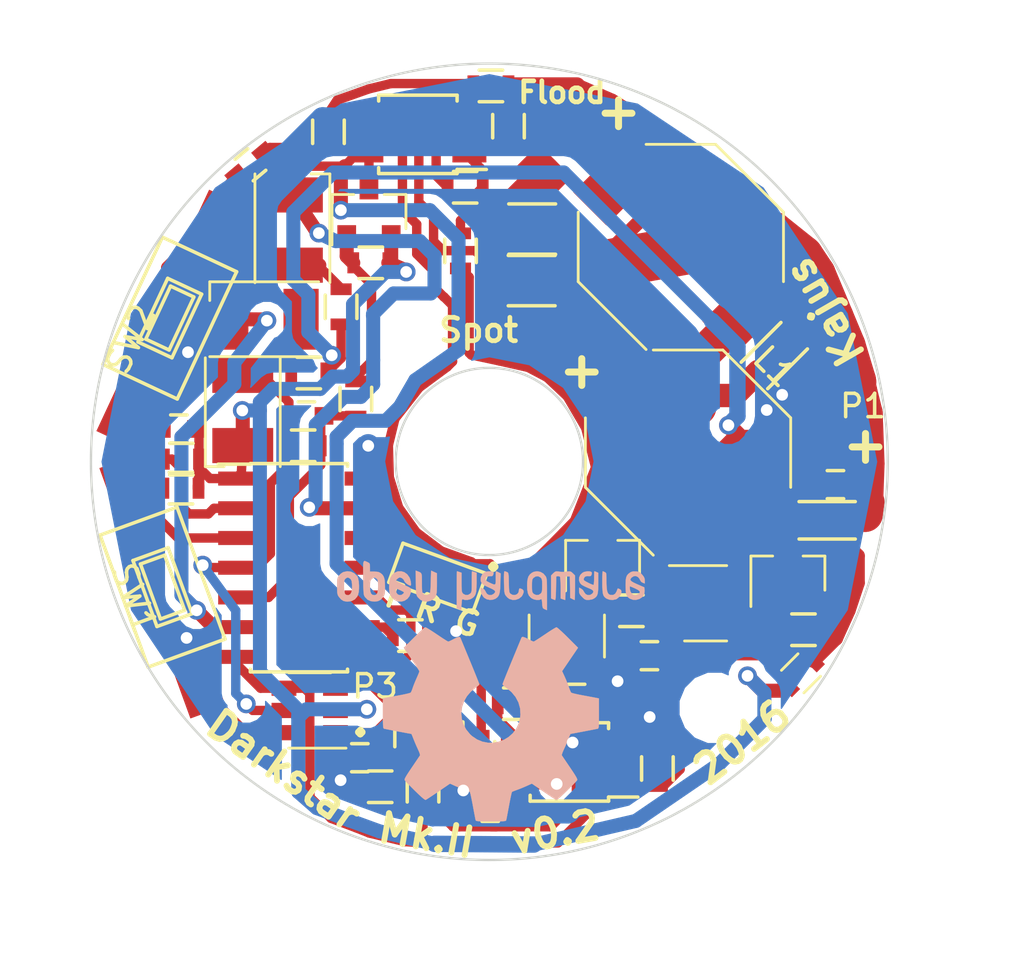
<source format=kicad_pcb>
(kicad_pcb (version 4) (host pcbnew 4.0.6)
  (title_block (title "Darkstar Mk.II") (date 2016-12-28) (rev 0.2) (company "Jakub Kaderka"))
  (layers (0 F.Cu signal) (31 B.Cu signal hide) (34 B.Paste user) (35 F.Paste user) (36 B.SilkS user hide) (37 F.SilkS user) (38 B.Mask user) (39 F.Mask user) (44 Edge.Cuts user))
  (net 0 "")
  (net 1 VCC)
  (net 2 GND)
  (net 3 "Net-(C2-Pad1)")
  (net 4 +3V3)
  (net 5 /ISP_RES)
  (net 6 /~PWR_ON)
  (net 7 "Net-(C6-Pad1)")
  (net 8 /IO_PWR)
  (net 9 "Net-(D4-Pad1)")
  (net 10 "Net-(D5-Pad1)")
  (net 11 "Net-(IC1-Pad2)")
  (net 12 "Net-(IC1-Pad3)")
  (net 13 /DIMMING1)
  (net 14 /ISP_SCK)
  (net 15 /PWM1)
  (net 16 "Net-(Q2-Pad1)")
  (net 17 "Net-(Q3-Pad1)")
  (net 18 "Net-(Q4-Pad1)")
  (net 19 /DIMMING2)
  (net 20 "Net-(D6-Pad1)")
  (net 21 "Net-(D7-Pad1)")
  (net 22 "Net-(R16-Pad1)")
  (net 23 "Net-(R17-Pad1)")
  (net 24 "Net-(R18-Pad1)")
  (net 25 "Net-(R19-Pad1)")
  (net 26 "Net-(R20-Pad1)")
  (net 27 "Net-(R21-Pad1)")
  (net 28 /DRIVE1)
  (net 29 /DRIVE2)
  (net 30 "Net-(D2-Pad1)")
  (net 31 "Net-(D2-Pad2)")
  (net 32 "Net-(D3-Pad1)")
  (net 33 "Net-(D3-Pad2)")
  (net 34 "Net-(D6-Pad2)")
  (net 35 "Net-(D7-Pad2)")
  (net 36 /RXD)
  (net 37 /TXD)
  (module Housings_SSOP:MSOP-8_3x3mm_Pitch0.65mm (layer F.Cu) (at 144.59 122.34 180)
    (fp_text reference U4 hide)
    (fp_text value MCP6567)
    (pad 1 smd rect (at -2.2 -0.975 180) (size 1.45 0.45) (layers F.Cu F.Paste F.Mask) (net 28 /DRIVE1))
    (pad 2 smd rect (at -2.2 -0.325 180) (size 1.45 0.45) (layers F.Cu F.Paste F.Mask) (net 13 /DIMMING1))
    (pad 3 smd rect (at -2.2 0.325 180) (size 1.45 0.45) (layers F.Cu F.Paste F.Mask) (net 26 "Net-(R20-Pad1)"))
    (pad 4 smd rect (at -2.2 0.975 180) (size 1.45 0.45) (layers F.Cu F.Paste F.Mask) (net 2 GND))
    (pad 5 smd rect (at 2.2 0.975 180) (size 1.45 0.45) (layers F.Cu F.Paste F.Mask) (net 27 "Net-(R21-Pad1)"))
    (pad 6 smd rect (at 2.2 0.325 180) (size 1.45 0.45) (layers F.Cu F.Paste F.Mask) (net 19 /DIMMING2))
    (pad 7 smd rect (at 2.2 -0.325 180) (size 1.45 0.45) (layers F.Cu F.Paste F.Mask) (net 29 /DRIVE2))
    (pad 8 smd rect (at 2.2 -0.975 180) (size 1.45 0.45) (layers F.Cu F.Paste F.Mask) (net 8 /IO_PWR))
  )
  (module Buttons_Switches_SMD:SW_SPST_FSMSM (layer F.Cu) (at 127.21 114.86 290)
    (fp_text reference SW1 (at 0.037208 1.301198 290) (layer F.SilkS))
    (fp_text value BT2)
    (pad 1 smd rect (at -4.60243 -0.00232 290) (size 2.18 1.6) (layers F.Cu F.Paste F.Mask) (net 12 "Net-(IC1-Pad3)"))
    (pad 2 smd rect (at 4.60243 0.00232 290) (size 2.18 1.6) (layers F.Cu F.Paste F.Mask) (net 2 GND))
  )
  (module TO_SOT_Packages_SMD:SOT-23 (layer F.Cu) (at 136.03 98.85 90)
    (fp_text reference Q2 hide)
    (fp_text value NX2301P)
    (pad 1 smd rect (at -1 -0.95 90) (size 0.9 0.8) (layers F.Cu F.Paste F.Mask) (net 16 "Net-(Q2-Pad1)"))
    (pad 2 smd rect (at -1 0.95 90) (size 0.9 0.8) (layers F.Cu F.Paste F.Mask) (net 4 +3V3))
    (pad 3 smd rect (at 1 0 90) (size 0.9 0.8) (layers F.Cu F.Paste F.Mask) (net 8 /IO_PWR))
  )
  (module Capacitors_SMD:C_0603 (layer F.Cu) (at 144.9 119.62 180)
    (fp_text reference C8 hide)
    (fp_text value 1u)
    (pad 1 smd rect (at -0.75 0 180) (size 0.8 0.75) (layers F.Cu F.Paste F.Mask) (net 2 GND))
    (pad 2 smd rect (at 0.75 0 180) (size 0.8 0.75) (layers F.Cu F.Paste F.Mask) (net 1 VCC))
  )
  (module Resistors_SMD:R_0603 (layer F.Cu) (at 148.35 122.62 90)
    (fp_text reference R22 hide)
    (fp_text value 270k)
    (pad 1 smd rect (at -0.75 0 90) (size 0.5 0.9) (layers F.Cu F.Paste F.Mask) (net 28 /DRIVE1))
    (pad 2 smd rect (at 0.75 0 90) (size 0.5 0.9) (layers F.Cu F.Paste F.Mask) (net 26 "Net-(R20-Pad1)"))
  )
  (module Diodes_SMD:SOD-323 (layer F.Cu) (at 155.702 112.014)
    (fp_text reference D4 hide)
    (fp_text value BAT60AE6327HTSA1)
    (pad 1 smd rect (at -1.055 0) (size 0.59 0.45) (layers F.Cu F.Paste F.Mask) (net 9 "Net-(D4-Pad1)"))
    (pad 2 smd rect (at 1.055 0) (size 0.59 0.45) (layers F.Cu F.Paste F.Mask) (net 2 GND))
  )
  (module Diodes_SMD:SOD-323 (layer F.Cu) (at 153.416 104.902 45)
    (fp_text reference D5 hide)
    (fp_text value BAT60AE6327HTSA1)
    (pad 1 smd rect (at -1.055 0 45) (size 0.59 0.45) (layers F.Cu F.Paste F.Mask) (net 10 "Net-(D5-Pad1)"))
    (pad 2 smd rect (at 1.055 0 45) (size 0.59 0.45) (layers F.Cu F.Paste F.Mask) (net 2 GND))
  )
  (module Housings_SOIC:SOIC-14_3.9x8.7mm_Pitch1.27mm (layer F.Cu) (at 133.04 114.04)
    (fp_text reference IC1 hide)
    (fp_text value ATTINY841-SSU)
    (pad 1 smd rect (at -2.7 -3.81) (size 1.5 0.6) (layers F.Cu F.Paste F.Mask) (net 4 +3V3))
    (pad 2 smd rect (at -2.7 -2.54) (size 1.5 0.6) (layers F.Cu F.Paste F.Mask) (net 11 "Net-(IC1-Pad2)"))
    (pad 3 smd rect (at -2.7 -1.27) (size 1.5 0.6) (layers F.Cu F.Paste F.Mask) (net 12 "Net-(IC1-Pad3)"))
    (pad 4 smd rect (at -2.7 0) (size 1.5 0.6) (layers F.Cu F.Paste F.Mask) (net 5 /ISP_RES))
    (pad 5 smd rect (at -2.7 1.27) (size 1.5 0.6) (layers F.Cu F.Paste F.Mask) (net 6 /~PWR_ON))
    (pad 6 smd rect (at -2.7 2.54) (size 1.5 0.6) (layers F.Cu F.Paste F.Mask) (net 32 "Net-(D3-Pad1)"))
    (pad 7 smd rect (at -2.7 3.81) (size 1.5 0.6) (layers F.Cu F.Paste F.Mask) (net 13 /DIMMING1))
    (pad 8 smd rect (at 2.7 3.81) (size 1.5 0.6) (layers F.Cu F.Paste F.Mask) (net 19 /DIMMING2))
    (pad 9 smd rect (at 2.7 2.54) (size 1.5 0.6) (layers F.Cu F.Paste F.Mask) (net 14 /ISP_SCK))
    (pad 10 smd rect (at 2.7 1.27) (size 1.5 0.6) (layers F.Cu F.Paste F.Mask) (net 15 /PWM1))
    (pad 11 smd rect (at 2.7 0) (size 1.5 0.6) (layers F.Cu F.Paste F.Mask) (net 36 /RXD))
    (pad 12 smd rect (at 2.7 -1.27) (size 1.5 0.6) (layers F.Cu F.Paste F.Mask) (net 37 /TXD))
    (pad 13 smd rect (at 2.7 -2.54) (size 1.5 0.6) (layers F.Cu F.Paste F.Mask) (net 30 "Net-(D2-Pad1)"))
    (pad 14 smd rect (at 2.7 -3.81) (size 1.5 0.6) (layers F.Cu F.Paste F.Mask) (net 2 GND))
  )
  (module TO_SOT_Packages_SMD:SOT-23 (layer F.Cu) (at 153.924 114.3 90)
    (fp_text reference Q3 hide)
    (fp_text value DMP2035U)
    (pad 1 smd rect (at -1 -0.95 90) (size 0.9 0.8) (layers F.Cu F.Paste F.Mask) (net 17 "Net-(Q3-Pad1)"))
    (pad 2 smd rect (at -1 0.95 90) (size 0.9 0.8) (layers F.Cu F.Paste F.Mask) (net 1 VCC))
    (pad 3 smd rect (at 1 0 90) (size 0.9 0.8) (layers F.Cu F.Paste F.Mask) (net 9 "Net-(D4-Pad1)"))
  )
  (module TO_SOT_Packages_SMD:SOT-23 (layer F.Cu) (at 146.01 113.63 90)
    (fp_text reference Q4 hide)
    (fp_text value DMP2035U)
    (pad 1 smd rect (at -1 -0.95 90) (size 0.9 0.8) (layers F.Cu F.Paste F.Mask) (net 18 "Net-(Q4-Pad1)"))
    (pad 2 smd rect (at -1 0.95 90) (size 0.9 0.8) (layers F.Cu F.Paste F.Mask) (net 1 VCC))
    (pad 3 smd rect (at 1 0 90) (size 0.9 0.8) (layers F.Cu F.Paste F.Mask) (net 10 "Net-(D5-Pad1)"))
  )
  (module Resistors_SMD:R_1206 (layer F.Cu) (at 142.98 101.77)
    (fp_text reference R14 hide)
    (fp_text value 0R056)
    (pad 1 smd rect (at -1.45 0) (size 0.9 1.7) (layers F.Cu F.Paste F.Mask) (net 20 "Net-(D6-Pad1)"))
    (pad 2 smd rect (at 1.45 0) (size 0.9 1.7) (layers F.Cu F.Paste F.Mask) (net 2 GND))
  )
  (module Resistors_SMD:R_1206 (layer F.Cu) (at 143.002 99.568)
    (fp_text reference R15 hide)
    (fp_text value 0R056)
    (pad 1 smd rect (at -1.45 0) (size 0.9 1.7) (layers F.Cu F.Paste F.Mask) (net 21 "Net-(D7-Pad1)"))
    (pad 2 smd rect (at 1.45 0) (size 0.9 1.7) (layers F.Cu F.Paste F.Mask) (net 2 GND))
  )
  (module Buttons_Switches_SMD:SW_SPST_FSMSM (layer F.Cu) (at 127.52 103.38 65)
    (fp_text reference SW2 (at -1.512386 -1.137404 65) (layer F.SilkS))
    (fp_text value BT1)
    (pad 1 smd rect (at -4.60243 -0.00232 65) (size 2.18 1.6) (layers F.Cu F.Paste F.Mask) (net 11 "Net-(IC1-Pad2)"))
    (pad 2 smd rect (at 4.60243 0.00232 65) (size 2.18 1.6) (layers F.Cu F.Paste F.Mask) (net 2 GND))
  )
  (module TO_SOT_Packages_SMD:SOT-23-6 (layer F.Cu) (at 150.41 115.56)
    (fp_text reference U1 hide)
    (fp_text value ZXGD3001E6)
    (pad 1 smd rect (at -1.1 -0.95) (size 1.06 0.65) (layers F.Cu F.Paste F.Mask) (net 1 VCC))
    (pad 2 smd rect (at -1.1 0) (size 1.06 0.65) (layers F.Cu F.Paste F.Mask) (net 28 /DRIVE1))
    (pad 3 smd rect (at -1.1 0.95) (size 1.06 0.65) (layers F.Cu F.Paste F.Mask) (net 2 GND))
    (pad 4 smd rect (at 1.1 0.95) (size 1.06 0.65) (layers F.Cu F.Paste F.Mask) (net 17 "Net-(Q3-Pad1)"))
    (pad 6 smd rect (at 1.1 -0.95) (size 1.06 0.65) (layers F.Cu F.Paste F.Mask) (net 17 "Net-(Q3-Pad1)"))
    (pad 5 smd rect (at 1.1 0) (size 1.06 0.65) (layers F.Cu F.Paste F.Mask) (net 28 /DRIVE1))
  )
  (module TO_SOT_Packages_SMD:SOT-23-6 (layer F.Cu) (at 144.48 116.96 90)
    (fp_text reference U2 hide)
    (fp_text value ZXGD3001E6)
    (pad 1 smd rect (at -1.1 -0.95 90) (size 1.06 0.65) (layers F.Cu F.Paste F.Mask) (net 1 VCC))
    (pad 2 smd rect (at -1.1 0 90) (size 1.06 0.65) (layers F.Cu F.Paste F.Mask) (net 29 /DRIVE2))
    (pad 3 smd rect (at -1.1 0.95 90) (size 1.06 0.65) (layers F.Cu F.Paste F.Mask) (net 2 GND))
    (pad 4 smd rect (at 1.1 0.95 90) (size 1.06 0.65) (layers F.Cu F.Paste F.Mask) (net 18 "Net-(Q4-Pad1)"))
    (pad 6 smd rect (at 1.1 -0.95 90) (size 1.06 0.65) (layers F.Cu F.Paste F.Mask) (net 18 "Net-(Q4-Pad1)"))
    (pad 5 smd rect (at 1.1 0 90) (size 1.06 0.65) (layers F.Cu F.Paste F.Mask) (net 29 /DRIVE2))
  )
  (module Housings_SSOP:MSOP-8_3x3mm_Pitch0.65mm (layer F.Cu) (at 138.12 95.52 180)
    (fp_text reference U3 hide)
    (fp_text value TSV912)
    (pad 1 smd rect (at -2.2 -0.975 180) (size 1.45 0.45) (layers F.Cu F.Paste F.Mask) (net 25 "Net-(R19-Pad1)"))
    (pad 2 smd rect (at -2.2 -0.325 180) (size 1.45 0.45) (layers F.Cu F.Paste F.Mask) (net 23 "Net-(R17-Pad1)"))
    (pad 3 smd rect (at -2.2 0.325 180) (size 1.45 0.45) (layers F.Cu F.Paste F.Mask) (net 21 "Net-(D7-Pad1)"))
    (pad 4 smd rect (at -2.2 0.975 180) (size 1.45 0.45) (layers F.Cu F.Paste F.Mask) (net 2 GND))
    (pad 5 smd rect (at 2.2 0.975 180) (size 1.45 0.45) (layers F.Cu F.Paste F.Mask) (net 20 "Net-(D6-Pad1)"))
    (pad 6 smd rect (at 2.2 0.325 180) (size 1.45 0.45) (layers F.Cu F.Paste F.Mask) (net 22 "Net-(R16-Pad1)"))
    (pad 7 smd rect (at 2.2 -0.325 180) (size 1.45 0.45) (layers F.Cu F.Paste F.Mask) (net 24 "Net-(R18-Pad1)"))
    (pad 8 smd rect (at 2.2 -0.975 180) (size 1.45 0.45) (layers F.Cu F.Paste F.Mask) (net 8 /IO_PWR))
  )
  (module LEDs:LED_PLCC-2 (layer F.Cu) (at 132.76 99.61 270)
    (fp_text reference D2 hide)
    (fp_text value RED)
    (pad 1 smd rect (at -1.5 0 270) (size 1.5 2.6) (layers F.Cu F.Paste F.Mask) (net 30 "Net-(D2-Pad1)"))
    (pad 2 smd rect (at 1.5 0 270) (size 1.5 2.6) (layers F.Cu F.Paste F.Mask) (net 31 "Net-(D2-Pad2)"))
  )
  (module LEDs:LED_PLCC-2 (layer F.Cu) (at 131.63 103.42)
    (fp_text reference D3 hide)
    (fp_text value WHITE)
    (pad 1 smd rect (at -1.5 0) (size 1.5 2.6) (layers F.Cu F.Paste F.Mask) (net 32 "Net-(D3-Pad1)"))
    (pad 2 smd rect (at 1.5 0) (size 1.5 2.6) (layers F.Cu F.Paste F.Mask) (net 33 "Net-(D3-Pad2)"))
  )
  (module Inductors:Inductor_Bourns-SRU8043 (layer F.Cu) (at 149.66 109.12 135)
    (fp_text reference L1 (at 0 5.2 135) (layer F.SilkS))
    (fp_text value 10u)
    (pad 1 smd rect (at -3.9 0 135) (size 2 3.2) (layers F.Cu F.Paste F.Mask) (net 9 "Net-(D4-Pad1)"))
    (pad 2 smd rect (at 3.9 0 135) (size 2 3.2) (layers F.Cu F.Paste F.Mask) (net 34 "Net-(D6-Pad2)"))
  )
  (module Inductors:Inductor_Bourns-SRU8043 (layer F.Cu) (at 149.352 100.33 135)
    (fp_text reference L2 hide)
    (fp_text value 10u)
    (pad 1 smd rect (at -3.9 0 135) (size 2 3.2) (layers F.Cu F.Paste F.Mask) (net 10 "Net-(D5-Pad1)"))
    (pad 2 smd rect (at 3.9 0 135) (size 2 3.2) (layers F.Cu F.Paste F.Mask) (net 35 "Net-(D7-Pad2)"))
  )
  (module TO_SOT_Packages_SMD:SOT-23-6 (layer F.Cu) (at 133.5 120.14 180)
    (fp_text reference P3 (at -2.79 1.03 180) (layer F.SilkS))
    (fp_text value ISP)
    (pad 1 smd rect (at -1.1 -0.95 180) (size 1.06 0.65) (layers F.Cu F.Paste F.Mask) (net 19 /DIMMING2))
    (pad 2 smd rect (at -1.1 0 180) (size 1.06 0.65) (layers F.Cu F.Paste F.Mask) (net 4 +3V3))
    (pad 3 smd rect (at -1.1 0.95 180) (size 1.06 0.65) (layers F.Cu F.Paste F.Mask) (net 14 /ISP_SCK))
    (pad 4 smd rect (at 1.1 0.95 180) (size 1.06 0.65) (layers F.Cu F.Paste F.Mask) (net 13 /DIMMING1))
    (pad 6 smd rect (at 1.1 -0.95 180) (size 1.06 0.65) (layers F.Cu F.Paste F.Mask) (net 2 GND))
    (pad 5 smd rect (at 1.1 0 180) (size 1.06 0.65) (layers F.Cu F.Paste F.Mask) (net 5 /ISP_RES))
  )
  (module LEDs:LED_PLCC-2 (layer F.Cu) (at 130.64 107.32 90)
    (fp_text reference Q1 hide)
    (fp_text value VEMT3700-GS08)
    (pad 1 smd rect (at -1.5 0 90) (size 1.5 2.6) (layers F.Cu F.Paste F.Mask) (net 4 +3V3))
    (pad 2 smd rect (at 1.5 0 90) (size 1.5 2.6) (layers F.Cu F.Paste F.Mask) (net 5 /ISP_RES))
  )
  (module Capacitors_SMD:C_0603 (layer F.Cu) (at 155.956 110.49)
    (fp_text reference C1 hide)
    (fp_text value 10u)
    (pad 1 smd rect (at -0.75 0) (size 0.8 0.75) (layers F.Cu F.Paste F.Mask) (net 1 VCC))
    (pad 2 smd rect (at 0.75 0) (size 0.8 0.75) (layers F.Cu F.Paste F.Mask) (net 2 GND))
  )
  (module Capacitors_SMD:C_0603 (layer F.Cu) (at 135.64 122.16 180)
    (fp_text reference C2 hide)
    (fp_text value 1u)
    (pad 1 smd rect (at -0.75 0 180) (size 0.8 0.75) (layers F.Cu F.Paste F.Mask) (net 3 "Net-(C2-Pad1)"))
    (pad 2 smd rect (at 0.75 0 180) (size 0.8 0.75) (layers F.Cu F.Paste F.Mask) (net 2 GND))
  )
  (module Capacitors_SMD:C_0603 (layer F.Cu) (at 127.91 108.11 180)
    (fp_text reference C4 hide)
    (fp_text value 1u)
    (pad 1 smd rect (at -0.75 0 180) (size 0.8 0.75) (layers F.Cu F.Paste F.Mask) (net 4 +3V3))
    (pad 2 smd rect (at 0.75 0 180) (size 0.8 0.75) (layers F.Cu F.Paste F.Mask) (net 2 GND))
  )
  (module Capacitors_SMD:C_0603 (layer F.Cu) (at 133.36 107.55)
    (fp_text reference C5 hide)
    (fp_text value 10n)
    (pad 1 smd rect (at -0.75 0) (size 0.8 0.75) (layers F.Cu F.Paste F.Mask) (net 5 /ISP_RES))
    (pad 2 smd rect (at 0.75 0) (size 0.8 0.75) (layers F.Cu F.Paste F.Mask) (net 6 /~PWR_ON))
  )
  (module Capacitors_SMD:C_0603 (layer F.Cu) (at 139.21 119.36)
    (fp_text reference C6 hide)
    (fp_text value 1u)
    (pad 1 smd rect (at -0.75 0) (size 0.8 0.75) (layers F.Cu F.Paste F.Mask) (net 7 "Net-(C6-Pad1)"))
    (pad 2 smd rect (at 0.75 0) (size 0.8 0.75) (layers F.Cu F.Paste F.Mask) (net 2 GND))
  )
  (module Capacitors_SMD:C_0603 (layer F.Cu) (at 148.01 117.8 180)
    (fp_text reference C7 hide)
    (fp_text value 1u)
    (pad 1 smd rect (at -0.75 0 180) (size 0.8 0.75) (layers F.Cu F.Paste F.Mask) (net 2 GND))
    (pad 2 smd rect (at 0.75 0 180) (size 0.8 0.75) (layers F.Cu F.Paste F.Mask) (net 1 VCC))
  )
  (module Capacitors_SMD:C_0603 (layer F.Cu) (at 130.97 96.82 220)
    (fp_text reference C9 hide)
    (fp_text value 10n)
    (pad 1 smd rect (at -0.75 0 220) (size 0.8 0.75) (layers F.Cu F.Paste F.Mask) (net 8 /IO_PWR))
    (pad 2 smd rect (at 0.75 0 220) (size 0.8 0.75) (layers F.Cu F.Paste F.Mask) (net 2 GND))
  )
  (module Resistors_SMD:R_0603 (layer F.Cu) (at 137.81 121.19 270)
    (fp_text reference R1 hide)
    (fp_text value 8k2)
    (pad 1 smd rect (at -0.75 0 270) (size 0.5 0.9) (layers F.Cu F.Paste F.Mask) (net 15 /PWM1))
    (pad 2 smd rect (at 0.75 0 270) (size 0.5 0.9) (layers F.Cu F.Paste F.Mask) (net 3 "Net-(C2-Pad1)"))
  )
  (module Resistors_SMD:R_0603 (layer F.Cu) (at 136.51 123.4 180)
    (fp_text reference R2 hide)
    (fp_text value 10k)
    (pad 1 smd rect (at -0.75 0 180) (size 0.5 0.9) (layers F.Cu F.Paste F.Mask) (net 3 "Net-(C2-Pad1)"))
    (pad 2 smd rect (at 0.75 0 180) (size 0.5 0.9) (layers F.Cu F.Paste F.Mask) (net 2 GND))
  )
  (module Resistors_SMD:R_0603 (layer F.Cu) (at 138.34 123.55 90)
    (fp_text reference R3 hide)
    (fp_text value 10k)
    (pad 1 smd rect (at -0.75 0 90) (size 0.5 0.9) (layers F.Cu F.Paste F.Mask) (net 13 /DIMMING1))
    (pad 2 smd rect (at 0.75 0 90) (size 0.5 0.9) (layers F.Cu F.Paste F.Mask) (net 3 "Net-(C2-Pad1)"))
  )
  (module Resistors_SMD:R_0603 (layer F.Cu) (at 135.47 106.83 270)
    (fp_text reference R4 hide)
    (fp_text value 220)
    (pad 1 smd rect (at -0.75 0 270) (size 0.5 0.9) (layers F.Cu F.Paste F.Mask) (net 16 "Net-(Q2-Pad1)"))
    (pad 2 smd rect (at 0.75 0 270) (size 0.5 0.9) (layers F.Cu F.Paste F.Mask) (net 6 /~PWR_ON))
  )
  (module Resistors_SMD:R_0603 (layer F.Cu) (at 133.22 108.83)
    (fp_text reference R5 hide)
    (fp_text value 100k)
    (pad 1 smd rect (at -0.75 0) (size 0.5 0.9) (layers F.Cu F.Paste F.Mask) (net 5 /ISP_RES))
    (pad 2 smd rect (at 0.75 0) (size 0.5 0.9) (layers F.Cu F.Paste F.Mask) (net 6 /~PWR_ON))
  )
  (module Resistors_SMD:R_0603 (layer F.Cu) (at 136.11 101.01 180)
    (fp_text reference R6 hide)
    (fp_text value 10k)
    (pad 1 smd rect (at -0.75 0 180) (size 0.5 0.9) (layers F.Cu F.Paste F.Mask) (net 4 +3V3))
    (pad 2 smd rect (at 0.75 0 180) (size 0.5 0.9) (layers F.Cu F.Paste F.Mask) (net 16 "Net-(Q2-Pad1)"))
  )
  (module Resistors_SMD:R_0603 (layer F.Cu) (at 137.8 116.94)
    (fp_text reference R7 hide)
    (fp_text value 8k2)
    (pad 1 smd rect (at -0.75 0) (size 0.5 0.9) (layers F.Cu F.Paste F.Mask) (net 14 /ISP_SCK))
    (pad 2 smd rect (at 0.75 0) (size 0.5 0.9) (layers F.Cu F.Paste F.Mask) (net 7 "Net-(C6-Pad1)"))
  )
  (module Resistors_SMD:R_0603 (layer F.Cu) (at 139.27 118.12)
    (fp_text reference R8 hide)
    (fp_text value 10k)
    (pad 1 smd rect (at -0.75 0) (size 0.5 0.9) (layers F.Cu F.Paste F.Mask) (net 7 "Net-(C6-Pad1)"))
    (pad 2 smd rect (at 0.75 0) (size 0.5 0.9) (layers F.Cu F.Paste F.Mask) (net 2 GND))
  )
  (module Resistors_SMD:R_0603 (layer F.Cu) (at 139.37 121.13 90)
    (fp_text reference R9 hide)
    (fp_text value 10k)
    (pad 1 smd rect (at -0.75 0 90) (size 0.5 0.9) (layers F.Cu F.Paste F.Mask) (net 19 /DIMMING2))
    (pad 2 smd rect (at 0.75 0 90) (size 0.5 0.9) (layers F.Cu F.Paste F.Mask) (net 7 "Net-(C6-Pad1)"))
  )
  (module Resistors_SMD:R_0603 (layer F.Cu) (at 134.84 102.89 90)
    (fp_text reference R10 hide)
    (fp_text value 220)
    (pad 1 smd rect (at -0.75 0 90) (size 0.5 0.9) (layers F.Cu F.Paste F.Mask) (net 1 VCC))
    (pad 2 smd rect (at 0.75 0 90) (size 0.5 0.9) (layers F.Cu F.Paste F.Mask) (net 31 "Net-(D2-Pad2)"))
  )
  (module Resistors_SMD:R_0603 (layer F.Cu) (at 133.46 105.72 180)
    (fp_text reference R11 hide)
    (fp_text value 220)
    (pad 1 smd rect (at -0.75 0 180) (size 0.5 0.9) (layers F.Cu F.Paste F.Mask) (net 1 VCC))
    (pad 2 smd rect (at 0.75 0 180) (size 0.5 0.9) (layers F.Cu F.Paste F.Mask) (net 33 "Net-(D3-Pad2)"))
  )
  (module Resistors_SMD:R_0603 (layer F.Cu) (at 128 110.64 180)
    (fp_text reference R12 hide)
    (fp_text value 10k)
    (pad 1 smd rect (at -0.75 0 180) (size 0.5 0.9) (layers F.Cu F.Paste F.Mask) (net 4 +3V3))
    (pad 2 smd rect (at 0.75 0 180) (size 0.5 0.9) (layers F.Cu F.Paste F.Mask) (net 12 "Net-(IC1-Pad3)"))
  )
  (module Resistors_SMD:R_0603 (layer F.Cu) (at 128.02 109.4 180)
    (fp_text reference R13 hide)
    (fp_text value 10k)
    (pad 1 smd rect (at -0.75 0 180) (size 0.5 0.9) (layers F.Cu F.Paste F.Mask) (net 4 +3V3))
    (pad 2 smd rect (at 0.75 0 180) (size 0.5 0.9) (layers F.Cu F.Paste F.Mask) (net 11 "Net-(IC1-Pad2)"))
  )
  (module Resistors_SMD:R_0603 (layer F.Cu) (at 141.24 93.45)
    (fp_text reference R16 hide)
    (fp_text value 1k)
    (pad 1 smd rect (at -0.75 0) (size 0.5 0.9) (layers F.Cu F.Paste F.Mask) (net 22 "Net-(R16-Pad1)"))
    (pad 2 smd rect (at 0.75 0) (size 0.5 0.9) (layers F.Cu F.Paste F.Mask) (net 2 GND))
  )
  (module Resistors_SMD:R_0603 (layer F.Cu) (at 141.99 95.17 90)
    (fp_text reference R17 hide)
    (fp_text value 1k)
    (pad 1 smd rect (at -0.75 0 90) (size 0.5 0.9) (layers F.Cu F.Paste F.Mask) (net 23 "Net-(R17-Pad1)"))
    (pad 2 smd rect (at 0.75 0 90) (size 0.5 0.9) (layers F.Cu F.Paste F.Mask) (net 2 GND))
  )
  (module Resistors_SMD:R_0603 (layer F.Cu) (at 134.3 95.41 90)
    (fp_text reference R18 hide)
    (fp_text value 18k)
    (pad 1 smd rect (at -0.75 0 90) (size 0.5 0.9) (layers F.Cu F.Paste F.Mask) (net 24 "Net-(R18-Pad1)"))
    (pad 2 smd rect (at 0.75 0 90) (size 0.5 0.9) (layers F.Cu F.Paste F.Mask) (net 22 "Net-(R16-Pad1)"))
  )
  (module Resistors_SMD:R_0603 (layer F.Cu) (at 140.14 97.78 180)
    (fp_text reference R19 hide)
    (fp_text value 18k)
    (pad 1 smd rect (at -0.75 0 180) (size 0.5 0.9) (layers F.Cu F.Paste F.Mask) (net 25 "Net-(R19-Pad1)"))
    (pad 2 smd rect (at 0.75 0 180) (size 0.5 0.9) (layers F.Cu F.Paste F.Mask) (net 23 "Net-(R17-Pad1)"))
  )
  (module Resistors_SMD:R_0603 (layer F.Cu) (at 140.73 121.97 90)
    (fp_text reference R20 hide)
    (fp_text value 12k)
    (pad 1 smd rect (at -0.75 0 90) (size 0.5 0.9) (layers F.Cu F.Paste F.Mask) (net 26 "Net-(R20-Pad1)"))
    (pad 2 smd rect (at 0.75 0 90) (size 0.5 0.9) (layers F.Cu F.Paste F.Mask) (net 24 "Net-(R18-Pad1)"))
  )
  (module Resistors_SMD:R_0603 (layer F.Cu) (at 139.94 100.5 90)
    (fp_text reference R21 hide)
    (fp_text value 12k)
    (pad 1 smd rect (at -0.75 0 90) (size 0.5 0.9) (layers F.Cu F.Paste F.Mask) (net 27 "Net-(R21-Pad1)"))
    (pad 2 smd rect (at 0.75 0 90) (size 0.5 0.9) (layers F.Cu F.Paste F.Mask) (net 25 "Net-(R19-Pad1)"))
  )
  (module Resistors_SMD:R_0603 (layer F.Cu) (at 142.28 119.85 180)
    (fp_text reference R23 hide)
    (fp_text value 270k)
    (pad 1 smd rect (at -0.75 0 180) (size 0.5 0.9) (layers F.Cu F.Paste F.Mask) (net 29 /DRIVE2))
    (pad 2 smd rect (at 0.75 0 180) (size 0.5 0.9) (layers F.Cu F.Paste F.Mask) (net 27 "Net-(R21-Pad1)"))
  )
  (module Resistors_SMD:R_0603 (layer F.Cu) (at 154.59 116.69 180)
    (fp_text reference R24 hide)
    (fp_text value 1k)
    (pad 1 smd rect (at -0.75 0 180) (size 0.5 0.9) (layers F.Cu F.Paste F.Mask) (net 1 VCC))
    (pad 2 smd rect (at 0.75 0 180) (size 0.5 0.9) (layers F.Cu F.Paste F.Mask) (net 28 /DRIVE1))
  )
  (module Resistors_SMD:R_0603 (layer F.Cu) (at 147.24 115.88 180)
    (fp_text reference R25 hide)
    (fp_text value 1k)
    (pad 1 smd rect (at -0.75 0 180) (size 0.5 0.9) (layers F.Cu F.Paste F.Mask) (net 1 VCC))
    (pad 2 smd rect (at 0.75 0 180) (size 0.5 0.9) (layers F.Cu F.Paste F.Mask) (net 29 /DRIVE2))
  )
  (module custom:Custom_Conn_2_Big (layer F.Cu) (at 144.37 103.91)
    (fp_text reference D6 hide)
    (fp_text value LED)
    (pad 1 smd rect (at -1.2 0) (size 1.5 2) (layers F.Cu F.Paste F.Mask) (net 20 "Net-(D6-Pad1)"))
    (pad 2 smd rect (at 1.2 0) (size 1.5 2) (layers F.Cu F.Paste F.Mask) (net 34 "Net-(D6-Pad2)"))
  )
  (module custom:Custom_Conn_2_Big (layer F.Cu) (at 144.31 96.32 45)
    (fp_text reference D7 hide)
    (fp_text value LED)
    (pad 1 smd rect (at -1.2 0 45) (size 1.5 2) (layers F.Cu F.Paste F.Mask) (net 21 "Net-(D7-Pad1)"))
    (pad 2 smd rect (at 1.2 0 45) (size 1.5 2) (layers F.Cu F.Paste F.Mask) (net 35 "Net-(D7-Pad2)"))
  )
  (module custom:Custom_Conn_2_Big (layer F.Cu) (at 155.194 107.696 270)
    (fp_text reference P1 (at -0.566 -1.936 360) (layer F.SilkS))
    (fp_text value POWER)
    (pad 1 smd rect (at -1.2 0 270) (size 1.5 2) (layers F.Cu F.Paste F.Mask) (net 2 GND))
    (pad 2 smd rect (at 1.2 0 270) (size 1.5 2) (layers F.Cu F.Paste F.Mask) (net 1 VCC))
  )
  (module Capacitors_SMD:C_0603 (layer F.Cu) (at 141.21 124.28 180)
    (fp_text reference C10 hide)
    (fp_text value 10n)
    (pad 1 smd rect (at -0.75 0 180) (size 0.8 0.75) (layers F.Cu F.Paste F.Mask) (net 8 /IO_PWR))
    (pad 2 smd rect (at 0.75 0 180) (size 0.8 0.75) (layers F.Cu F.Paste F.Mask) (net 2 GND))
  )
  (module Mounting_Holes:MountingHole_2.2mm_M2 (layer F.Cu) (at 150.8 120.03)
    (fp_text reference REF** hide)
    (fp_text value MountingHole_2.2mm_M2)
    (pad 1 np_thru_hole circle (at 0 0) (size 2.2 2.2) (drill 2.2) (layers *.Cu *.Mask))
  )
  (module Mounting_Holes:MountingHole_2.2mm_M2 (layer F.Cu) (at 137.97 103.99)
    (fp_text reference REF** hide)
    (fp_text value MountingHole_2.2mm_M2)
    (pad 1 np_thru_hole circle (at 0 0) (size 2.2 2.2) (drill 2.2) (layers *.Cu *.Mask))
  )
  (module Connectors:GS3 (layer F.Cu) (at 138.97 114.48 250)
    (fp_text reference P2 hide)
    (fp_text value SERIAL)
    (pad 1 smd rect (at 0 -1.27 250) (size 1.27 0.9652) (layers F.Cu F.Paste F.Mask) (net 2 GND))
    (pad 2 smd rect (at 0 0 250) (size 1.27 0.9652) (layers F.Cu F.Paste F.Mask) (net 36 /RXD))
    (pad 3 smd rect (at 0 1.27 250) (size 1.27 0.9652) (layers F.Cu F.Paste F.Mask) (net 37 /TXD))
  )
  (module Symbols:OSHW-Logo2_14.6x12mm_SilkScreen (layer B.Cu) (at 141.24 119.33)
    (fp_text reference REF*** hide)
    (fp_text value OSHW-Logo2_14.6x12mm_SilkScreen hide)
  )
  (module Resistors_SMD:R_0603 (layer F.Cu) (at 154.4828 118.55196 45)
    (fp_text reference R26 hide)
    (fp_text value 33)
    (pad 1 smd rect (at -0.75 0 45) (size 0.5 0.9) (layers F.Cu F.Paste F.Mask) (net 4 +3V3))
    (pad 2 smd rect (at 0.75 0 45) (size 0.5 0.9) (layers F.Cu F.Paste F.Mask) (net 1 VCC))
  )
  (gr_text "T R G" (at 138.684 115.824 340) (layer F.SilkS) (effects (font (size 1 1) (thickness 0.2))))
  (gr_text "Flood\n" (at 144.272 93.726) (layer F.SilkS) (effects (font (size 0.9 0.9) (thickness 0.2))))
  (gr_text Spot (at 140.716 103.886) (layer F.SilkS) (effects (font (size 1 1) (thickness 0.2))))
  (gr_text "2016\n" (at 151.97 121.49 37.5) (layer F.SilkS) (effects (font (size 1.2 1.2) (thickness 0.25))))
  (gr_text Kajus (at 155.49 103.1 120) (layer F.SilkS) (effects (font (size 1.2 1.2) (thickness 0.25))))
  (gr_text . (at 141.34 113.39) (layer F.SilkS) (effects (font (size 1.5 1.5) (thickness 0.3))))
  (gr_text . (at 135.66 120.46) (layer F.SilkS) (effects (font (size 1.5 1.5) (thickness 0.3))))
  (gr_text + (at 146.69 94.51) (layer F.SilkS) (effects (font (size 1.5 1.5) (thickness 0.3))))
  (gr_text + (at 145.12 105.57) (layer F.SilkS) (effects (font (size 1.5 1.5) (thickness 0.3))))
  (gr_text + (at 157.24 108.77) (layer F.SilkS) (effects (font (size 1.5 1.5) (thickness 0.3))))
  (gr_text v0.2 (at 143.98 125.34 10) (layer F.SilkS) (effects (font (size 1.2 1.2) (thickness 0.25))))
  (gr_text Mk.II (at 138.49 125.48 350) (layer F.SilkS) (effects (font (size 1.2 1.2) (thickness 0.25))))
  (gr_text "Darkstar\n" (at 132.39 122.68 325) (layer F.SilkS) (effects (font (size 1.2 1.2) (thickness 0.25))))
  (gr_circle (center 141.1732 109.4994) (end 141.1732 105.4989) (layer Edge.Cuts) (width 0.1))
  (gr_circle (center 141.1732 109.5121) (end 141.1732 92.4941) (layer Edge.Cuts) (width 0.1))
  (segment (start 155.974701 117.067228) (end 155.967532 117.067228) (width 0.6) (layer F.Cu) (net 1))
  (segment (start 155.967532 117.067228) (end 155.01313 118.02163) (width 0.6) (layer F.Cu) (net 1))
  (segment (start 134.84 105.09) (end 134.57 105.09) (width 0.4) (layer F.Cu) (net 1))
  (segment (start 151.77 107.564) (end 151.384 107.95) (width 0.7) (layer B.Cu) (net 1))
  (via (at 151.384 107.95) (size 0.8) (drill 0.5) (layers F.Cu B.Cu) (net 1))
  (segment (start 151.384 107.95) (end 151.892 108.458) (width 0.7) (layer F.Cu) (net 1))
  (segment (start 151.892 108.458) (end 151.892 108.896) (width 0.7) (layer F.Cu) (net 1))
  (segment (start 150.68 103.48) (end 144.35 97.15) (width 0.6) (layer B.Cu) (net 1))
  (segment (start 144.35 97.15) (end 134.5 97.15) (width 0.6) (layer B.Cu) (net 1))
  (segment (start 134.5 97.15) (end 132.8 98.85) (width 0.6) (layer B.Cu) (net 1))
  (segment (start 132.8 98.85) (end 132.8 101.73) (width 0.6) (layer B.Cu) (net 1))
  (segment (start 132.8 101.73) (end 133.44 102.37) (width 0.6) (layer B.Cu) (net 1))
  (segment (start 151.77 104.58) (end 150.68 103.49) (width 0.7) (layer B.Cu) (net 1))
  (segment (start 150.68 103.49) (end 150.68 103.48) (width 0.6) (layer B.Cu) (net 1))
  (segment (start 133.44 103.97) (end 133.44 102.37) (width 0.6) (layer B.Cu) (net 1))
  (segment (start 151.77 104.58) (end 151.77 107.564) (width 0.7) (layer B.Cu) (net 1))
  (segment (start 133.45 103.97) (end 133.44 103.97) (width 0.6) (layer B.Cu) (net 1))
  (segment (start 134.44 104.96) (end 133.45 103.97) (width 0.6) (layer B.Cu) (net 1))
  (via (at 134.44 104.96) (size 0.8) (drill 0.5) (layers F.Cu B.Cu) (net 1))
  (segment (start 134.57 105.09) (end 134.44 104.96) (width 0.4) (layer F.Cu) (net 1))
  (segment (start 134.84 103.64) (end 134.84 105.09) (width 0.4) (layer F.Cu) (net 1))
  (segment (start 134.84 105.09) (end 134.21 105.72) (width 0.4) (layer F.Cu) (net 1))
  (segment (start 134.21 105.72) (end 134.29 105.72) (width 0.4) (layer F.Cu) (net 1))
  (segment (start 146.96 114.63) (end 146.97 114.63) (width 1) (layer F.Cu) (net 1))
  (segment (start 146.97 114.63) (end 147.39 114.21) (width 1) (layer F.Cu) (net 1))
  (segment (start 149.96 110.77) (end 149.96 110.78) (width 1.5) (layer F.Cu) (net 1))
  (segment (start 148.71 112.89) (end 147.39 114.21) (width 1.5) (layer F.Cu) (net 1))
  (segment (start 148.71 112.03) (end 148.71 112.89) (width 1.5) (layer F.Cu) (net 1))
  (segment (start 149.96 110.78) (end 148.71 112.03) (width 1.5) (layer F.Cu) (net 1))
  (segment (start 155.34 116.69) (end 155.597473 116.69) (width 0.6) (layer F.Cu) (net 1))
  (segment (start 155.597473 116.69) (end 155.974701 117.067228) (width 0.6) (layer F.Cu) (net 1))
  (segment (start 155.702 112.93) (end 156.31 112.93) (width 0.6) (layer F.Cu) (net 1))
  (segment (start 156.517521 115.868135) (end 155.974701 117.067228) (width 0.6) (layer F.Cu) (net 1))
  (segment (start 156.91 114.69) (end 156.517521 115.868135) (width 0.6) (layer F.Cu) (net 1))
  (segment (start 156.91 113.53) (end 156.91 114.69) (width 0.6) (layer F.Cu) (net 1))
  (segment (start 156.31 112.93) (end 156.91 113.53) (width 0.6) (layer F.Cu) (net 1))
  (segment (start 149.31 114.61) (end 149.315 114.155) (width 0.6) (layer F.Cu) (net 1))
  (segment (start 150.02 111.27) (end 150.02 110.71) (width 0.6) (layer F.Cu) (net 1))
  (segment (start 150.02 110.83) (end 150.02 111.27) (width 0.6) (layer F.Cu) (net 1))
  (segment (start 149.96 110.77) (end 150.02 110.83) (width 0.6) (layer F.Cu) (net 1))
  (segment (start 151.834 108.896) (end 151.892 108.896) (width 1.5) (layer F.Cu) (net 1))
  (segment (start 150.02 110.71) (end 151.834 108.896) (width 1.5) (layer F.Cu) (net 1))
  (segment (start 149.965 113.505) (end 149.96 110.77) (width 0.6) (layer F.Cu) (net 1))
  (segment (start 149.315 114.155) (end 149.965 113.505) (width 0.6) (layer F.Cu) (net 1))
  (segment (start 147.26 117.8) (end 147.26 117.45) (width 0.6) (layer F.Cu) (net 1))
  (segment (start 147.26 117.45) (end 147.99 116.72) (width 0.6) (layer F.Cu) (net 1))
  (segment (start 147.99 116.72) (end 147.99 115.88) (width 0.6) (layer F.Cu) (net 1))
  (segment (start 146.49 120.6) (end 146.49 120.59) (width 0.6) (layer F.Cu) (net 1))
  (segment (start 146.49 120.6) (end 144.87 120.6) (width 0.6) (layer F.Cu) (net 1))
  (segment (start 144.15 119.88) (end 144.87 120.6) (width 0.6) (layer F.Cu) (net 1))
  (segment (start 147.56 119.52) (end 147.56 118.1) (width 0.6) (layer F.Cu) (net 1))
  (segment (start 146.49 120.59) (end 147.56 119.52) (width 0.6) (layer F.Cu) (net 1))
  (segment (start 147.56 118.1) (end 147.26 117.8) (width 0.6) (layer F.Cu) (net 1))
  (segment (start 144.15 119.88) (end 144.15 119.62) (width 0.6) (layer F.Cu) (net 1))
  (segment (start 143.53 118.06) (end 143.53 118.69) (width 0.6) (layer F.Cu) (net 1))
  (segment (start 143.53 118.69) (end 144.15 119.31) (width 0.6) (layer F.Cu) (net 1))
  (segment (start 144.15 119.31) (end 144.15 119.62) (width 0.6) (layer F.Cu) (net 1))
  (segment (start 147.99 115.88) (end 147.99 115.2) (width 0.6) (layer F.Cu) (net 1))
  (segment (start 147.99 115.2) (end 148.58 114.61) (width 0.6) (layer F.Cu) (net 1))
  (segment (start 147.35 117.71) (end 147.26 117.8) (width 0.6) (layer F.Cu) (net 1))
  (segment (start 149.31 114.61) (end 148.58 114.61) (width 0.6) (layer F.Cu) (net 1))
  (segment (start 147.314 117.746) (end 147.26 117.8) (width 0.7) (layer F.Cu) (net 1))
  (segment (start 151.892 108.896) (end 152.094 108.896) (width 1.5) (layer F.Cu) (net 1))
  (segment (start 155.194 108.896) (end 152.094 108.896) (width 1.5) (layer F.Cu) (net 1))
  (segment (start 155.206 110.756) (end 155.702 111.252) (width 1) (layer F.Cu) (net 1))
  (segment (start 154.874 114.62) (end 154.874 115.3) (width 1) (layer F.Cu) (net 1))
  (segment (start 155.702 113.792) (end 154.874 114.62) (width 1) (layer F.Cu) (net 1))
  (segment (start 155.702 111.252) (end 155.702 112.93) (width 1) (layer F.Cu) (net 1))
  (segment (start 155.702 112.93) (end 155.702 113.792) (width 1) (layer F.Cu) (net 1))
  (segment (start 155.206 110.49) (end 155.206 108.908) (width 1) (layer F.Cu) (net 1))
  (segment (start 155.206 110.49) (end 155.206 110.756) (width 1) (layer F.Cu) (net 1))
  (segment (start 155.206 108.908) (end 155.194 108.896) (width 1) (layer F.Cu) (net 1))
  (segment (start 153.68 106.65) (end 155.04 106.65) (width 1) (layer F.Cu) (net 2))
  (segment (start 155.04 106.65) (end 155.194 106.496) (width 1) (layer F.Cu) (net 2))
  (segment (start 156.972 106.426) (end 157.226 107.442) (width 1.5) (layer F.Cu) (net 2))
  (segment (start 154.86 106.51) (end 156.9895 106.496) (width 1.5) (layer F.Cu) (net 2))
  (segment (start 156.972 106.4785) (end 156.972 106.426) (width 1.5) (layer F.Cu) (net 2))
  (segment (start 156.9895 106.496) (end 156.972 106.4785) (width 1.5) (layer F.Cu) (net 2))
  (segment (start 157.226 111.76) (end 157.304387 109.591086) (width 1.5) (layer F.Cu) (net 2))
  (segment (start 157.304387 109.591086) (end 157.226 107.442) (width 1.5) (layer F.Cu) (net 2))
  (segment (start 153.02 107.3) (end 153.02 102.4) (width 1) (layer B.Cu) (net 2))
  (segment (start 153.02 102.4) (end 145.91 95.17) (width 1) (layer B.Cu) (net 2))
  (segment (start 153.02 107.3) (end 153.03 110.48) (width 1) (layer B.Cu) (net 2))
  (segment (start 145.72 117.76) (end 153.03 110.48) (width 1) (layer B.Cu) (net 2))
  (via (at 153.02 107.3) (size 0.8) (drill 0.5) (layers F.Cu B.Cu) (net 2))
  (segment (start 128.26 104.81) (end 128.23 100.68) (width 1) (layer B.Cu) (net 2))
  (segment (start 134.05 94.86) (end 128.23 100.68) (width 1) (layer B.Cu) (net 2))
  (segment (start 145.91 95.17) (end 134.05 94.86) (width 1) (layer B.Cu) (net 2))
  (segment (start 140.26 123.56) (end 140.46 123.76) (width 0.4) (layer F.Cu) (net 2))
  (segment (start 140.06 123.56) (end 140.26 123.56) (width 0.4) (layer F.Cu) (net 2))
  (segment (start 140.06 123.93) (end 139.71 124.28) (width 1) (layer B.Cu) (net 2))
  (segment (start 140.06 123.56) (end 140.06 123.93) (width 1) (layer B.Cu) (net 2))
  (segment (start 139.71 124.28) (end 138.55 123.12) (width 1) (layer B.Cu) (net 2))
  (segment (start 141.01 124.28) (end 139.71 124.28) (width 1) (layer B.Cu) (net 2))
  (segment (start 138.55 123.12) (end 134.82 123.12) (width 1) (layer B.Cu) (net 2))
  (segment (start 141.01 124.28) (end 143.1 124.28) (width 1) (layer B.Cu) (net 2))
  (via (at 140.06 123.56) (size 0.8) (drill 0.5) (layers F.Cu B.Cu) (net 2))
  (segment (start 140.46 123.76) (end 140.46 123.82) (width 0.4) (layer F.Cu) (net 2))
  (segment (start 144.73 121.75) (end 145.42 122.44) (width 1) (layer B.Cu) (net 2))
  (segment (start 144.73 121.51) (end 144.73 121.75) (width 1) (layer B.Cu) (net 2))
  (segment (start 144.62 121.4) (end 144.62 118.86) (width 1) (layer B.Cu) (net 2))
  (segment (start 144.73 121.51) (end 144.62 121.4) (width 1) (layer B.Cu) (net 2))
  (via (at 144.73 121.51) (size 0.8) (drill 0.5) (layers F.Cu B.Cu) (net 2))
  (segment (start 144.875 121.365) (end 144.73 121.51) (width 0.4) (layer F.Cu) (net 2))
  (segment (start 146.79 121.365) (end 144.875 121.365) (width 0.4) (layer F.Cu) (net 2))
  (segment (start 145.42 123.58) (end 145.42 122.44) (width 1) (layer B.Cu) (net 2))
  (segment (start 144.53 124.47) (end 145.42 123.58) (width 1) (layer B.Cu) (net 2))
  (segment (start 143.29 124.47) (end 144.53 124.47) (width 1) (layer B.Cu) (net 2))
  (segment (start 143.1 124.28) (end 143.29 124.47) (width 1) (layer B.Cu) (net 2))
  (segment (start 140.99 124.28) (end 141.01 124.28) (width 1) (layer B.Cu) (net 2))
  (segment (start 144.62 118.86) (end 145.72 117.76) (width 1) (layer B.Cu) (net 2))
  (segment (start 127.45 104.93) (end 128.2 104.93) (width 0.6) (layer F.Cu) (net 2))
  (segment (start 128.28 104.81) (end 128.26 104.81) (width 0.6) (layer B.Cu) (net 2))
  (segment (start 128.3 104.83) (end 128.28 104.81) (width 0.6) (layer B.Cu) (net 2))
  (via (at 128.3 104.83) (size 0.8) (drill 0.5) (layers F.Cu B.Cu) (net 2))
  (segment (start 128.2 104.93) (end 128.3 104.83) (width 0.6) (layer F.Cu) (net 2))
  (segment (start 127.16 108.11) (end 127.16 107.62) (width 0.6) (layer F.Cu) (net 2))
  (segment (start 127.45 101.226936) (end 129.467174 99.209762) (width 0.6) (layer F.Cu) (net 2))
  (segment (start 127.45 107.33) (end 127.45 104.93) (width 0.6) (layer F.Cu) (net 2))
  (segment (start 127.45 104.93) (end 127.45 101.226936) (width 0.6) (layer F.Cu) (net 2))
  (segment (start 127.16 107.62) (end 127.45 107.33) (width 0.6) (layer F.Cu) (net 2))
  (segment (start 126.98 106.18) (end 126.98 106.09) (width 0.6) (layer B.Cu) (net 2))
  (segment (start 128.24 118.21) (end 128.24 117.04) (width 0.6) (layer F.Cu) (net 2))
  (via (at 128.24 117.04) (size 0.8) (drill 0.5) (layers F.Cu B.Cu) (net 2))
  (segment (start 128.24 117.04) (end 126.98 115.78) (width 0.6) (layer B.Cu) (net 2))
  (segment (start 126.98 115.78) (end 126.98 106.18) (width 0.6) (layer B.Cu) (net 2))
  (segment (start 128.781944 118.751944) (end 128.24 118.21) (width 0.6) (layer F.Cu) (net 2))
  (segment (start 126.98 106.09) (end 128.26 104.81) (width 0.6) (layer B.Cu) (net 2))
  (segment (start 127.16 107.82) (end 127.16 108.11) (width 0.6) (layer F.Cu) (net 2))
  (segment (start 128.781944 119.185663) (end 128.781944 118.751944) (width 0.6) (layer F.Cu) (net 2))
  (segment (start 139.75 116.75) (end 144.71 116.75) (width 1) (layer B.Cu) (net 2))
  (segment (start 144.71 116.75) (end 145.72 117.76) (width 1) (layer B.Cu) (net 2))
  (segment (start 136 108.83) (end 136 113) (width 1) (layer B.Cu) (net 2))
  (segment (start 136 113) (end 139.75 116.75) (width 1) (layer B.Cu) (net 2))
  (segment (start 148.02 120.42) (end 148.02 120.26) (width 1) (layer B.Cu) (net 2))
  (segment (start 148.76 117.8) (end 148.76 118.42) (width 0.5) (layer F.Cu) (net 2))
  (via (at 148.02 120.42) (size 0.8) (drill 0.5) (layers F.Cu B.Cu) (net 2))
  (segment (start 148.36 120.08) (end 148.02 120.42) (width 0.5) (layer F.Cu) (net 2))
  (segment (start 148.36 118.82) (end 148.36 120.08) (width 0.5) (layer F.Cu) (net 2))
  (segment (start 148.76 118.42) (end 148.36 118.82) (width 0.5) (layer F.Cu) (net 2))
  (segment (start 148.02 120.26) (end 146.65 118.89) (width 1) (layer B.Cu) (net 2))
  (segment (start 146.65 118.89) (end 146.65 118.69) (width 1) (layer B.Cu) (net 2))
  (segment (start 146.65 118.69) (end 145.72 117.76) (width 1) (layer B.Cu) (net 2))
  (segment (start 145.79 118.87) (end 146.65 118.89) (width 0.6) (layer F.Cu) (net 2))
  (segment (start 145.783814 118.856082) (end 145.79 118.87) (width 0.6) (layer F.Cu) (net 2))
  (via (at 146.65 118.89) (size 0.8) (drill 0.5) (layers F.Cu B.Cu) (net 2))
  (segment (start 153.68 106.65) (end 153.454 106.65) (width 1) (layer F.Cu) (net 2))
  (segment (start 153.454 106.65) (end 153.02 107.3) (width 1) (layer F.Cu) (net 2))
  (segment (start 140.16341 114.914366) (end 140.16341 116.87659) (width 0.4) (layer F.Cu) (net 2))
  (segment (start 140.16341 116.87659) (end 140.02 117.02) (width 0.4) (layer F.Cu) (net 2))
  (segment (start 140.02 118.12) (end 140.02 117.02) (width 0.4) (layer F.Cu) (net 2))
  (segment (start 139.75 116.75) (end 139.73 116.73) (width 0.4) (layer B.Cu) (net 2))
  (via (at 139.75 116.75) (size 0.8) (drill 0.5) (layers F.Cu B.Cu) (net 2))
  (segment (start 140.02 117.02) (end 139.75 116.75) (width 0.4) (layer F.Cu) (net 2))
  (segment (start 139.96 119.36) (end 139.96 118.18) (width 0.4) (layer F.Cu) (net 2))
  (segment (start 139.96 118.18) (end 140.02 118.12) (width 0.4) (layer F.Cu) (net 2))
  (segment (start 135.055 123.155) (end 134.665 123.155) (width 0.4) (layer F.Cu) (net 2))
  (segment (start 134.665 123.155) (end 134.82 123.12) (width 0.4) (layer F.Cu) (net 2))
  (via (at 134.82 123.12) (size 0.8) (drill 0.5) (layers F.Cu B.Cu) (net 2))
  (segment (start 134.82 123.12) (end 134.82 123.1) (width 0.4) (layer B.Cu) (net 2))
  (segment (start 135.76 123.4) (end 135.3 123.4) (width 0.4) (layer F.Cu) (net 2))
  (segment (start 134.89 122.99) (end 134.89 122.16) (width 0.4) (layer F.Cu) (net 2))
  (segment (start 135.3 123.4) (end 135.055 123.155) (width 0.4) (layer F.Cu) (net 2))
  (segment (start 135.055 123.155) (end 134.89 122.99) (width 0.4) (layer F.Cu) (net 2))
  (segment (start 140.46 124.28) (end 140.46 123.76) (width 0.4) (layer F.Cu) (net 2))
  (segment (start 134.89 122.16) (end 134.89 122.31) (width 0.4) (layer F.Cu) (net 2))
  (segment (start 140.46 124.19) (end 140.46 124.28) (width 0.4) (layer F.Cu) (net 2))
  (segment (start 132.4 121.09) (end 130.78 121.09) (width 0.4) (layer F.Cu) (net 2))
  (segment (start 130.78 121.09) (end 128.875663 119.185663) (width 0.4) (layer F.Cu) (net 2))
  (segment (start 128.875663 119.185663) (end 128.781944 119.185663) (width 0.4) (layer F.Cu) (net 2))
  (segment (start 135.74 110.23) (end 135.74 109.09) (width 0.4) (layer F.Cu) (net 2))
  (segment (start 136 108.83) (end 136 108.81) (width 0.4) (layer B.Cu) (net 2))
  (via (at 136 108.83) (size 0.8) (drill 0.5) (layers F.Cu B.Cu) (net 2))
  (segment (start 135.74 109.09) (end 136 108.83) (width 0.4) (layer F.Cu) (net 2))
  (segment (start 128.781944 119.185663) (end 128.781944 118.851944) (width 0.4) (layer F.Cu) (net 2))
  (segment (start 129.467174 99.209762) (end 129.467174 98.420384) (width 0.5) (layer F.Cu) (net 2))
  (segment (start 129.467174 98.420384) (end 130.395467 97.302091) (width 0.5) (layer F.Cu) (net 2))
  (segment (start 129.467174 99.207174) (end 129.467174 99.209762) (width 0.5) (layer F.Cu) (net 2))
  (segment (start 145.43 118.06) (end 145.43 118.502268) (width 0.6) (layer F.Cu) (net 2))
  (segment (start 145.43 118.502268) (end 145.783814 118.856082) (width 0.6) (layer F.Cu) (net 2))
  (via (at 153.68 106.65) (size 0.8) (drill 0.5) (layers F.Cu B.Cu) (net 2))
  (segment (start 153.68 106.65) (end 153.68 106.654) (width 0.6) (layer B.Cu) (net 2))
  (segment (start 145.783814 118.856082) (end 145.783814 119.486186) (width 0.5) (layer F.Cu) (net 2))
  (segment (start 145.783814 119.486186) (end 145.65 119.62) (width 0.5) (layer F.Cu) (net 2))
  (segment (start 147.165 121.365) (end 146.79 121.365) (width 0.4) (layer F.Cu) (net 2))
  (segment (start 148.76 117.8) (end 148.76 117.26) (width 0.6) (layer F.Cu) (net 2))
  (segment (start 148.76 117.26) (end 149.31 116.71) (width 0.6) (layer F.Cu) (net 2))
  (segment (start 149.31 116.71) (end 149.31 116.51) (width 0.6) (layer F.Cu) (net 2))
  (segment (start 146.79 121.365) (end 146.925 121.365) (width 0.4) (layer F.Cu) (net 2))
  (segment (start 141.99 94.42) (end 141.99 93.45) (width 0.6) (layer F.Cu) (net 2))
  (segment (start 144.92 93.432621) (end 142.007379 93.432621) (width 0.7) (layer F.Cu) (net 2))
  (segment (start 142.007379 93.432621) (end 141.99 93.45) (width 0.6) (layer F.Cu) (net 2))
  (segment (start 140.32 94.545) (end 141.865 94.545) (width 0.4) (layer F.Cu) (net 2))
  (segment (start 141.865 94.545) (end 141.99 94.42) (width 0.4) (layer F.Cu) (net 2))
  (segment (start 145.43 118.06) (end 145.43 118.2) (width 0.6) (layer F.Cu) (net 2))
  (segment (start 148.67 117.71) (end 148.76 117.8) (width 0.6) (layer F.Cu) (net 2))
  (segment (start 148.76 117.8) (end 148.85 117.8) (width 0.6) (layer F.Cu) (net 2))
  (segment (start 146.05 101.092) (end 146.05 100.77) (width 0.6) (layer F.Cu) (net 2))
  (segment (start 146.41 94.08) (end 144.92 93.432621) (width 0.6) (layer F.Cu) (net 2))
  (segment (start 144.92 93.432621) (end 144.96 93.45) (width 0.6) (layer F.Cu) (net 2))
  (segment (start 147.775947 94.936435) (end 146.41 94.08) (width 0.6) (layer F.Cu) (net 2))
  (segment (start 149.65 96.78) (end 147.775947 94.936435) (width 0.6) (layer F.Cu) (net 2))
  (segment (start 149.65 97.17) (end 149.65 96.78) (width 0.6) (layer F.Cu) (net 2))
  (segment (start 146.05 100.77) (end 149.65 97.17) (width 0.6) (layer F.Cu) (net 2))
  (segment (start 153.162 99.822) (end 146.05 101.092) (width 2.1) (layer F.Cu) (net 2))
  (segment (start 155.702 103.4288) (end 154.94 101.6) (width 2.1) (layer F.Cu) (net 2))
  (segment (start 154.94 101.6) (end 154.432 100.838) (width 2.1) (layer F.Cu) (net 2))
  (segment (start 154.432 100.838) (end 153.162 99.822) (width 2.1) (layer F.Cu) (net 2))
  (segment (start 146.05 101.092) (end 146.304 101.092) (width 2.1) (layer F.Cu) (net 2))
  (segment (start 144.43 101.77) (end 145.214 101.854) (width 1.5) (layer F.Cu) (net 2))
  (segment (start 145.214 101.854) (end 145.976 101.092) (width 1.5) (layer F.Cu) (net 2))
  (segment (start 146.304 101.092) (end 145.976 101.092) (width 1.5) (layer F.Cu) (net 2))
  (segment (start 146.304 101.092) (end 146.558 101.092) (width 2.1) (layer F.Cu) (net 2))
  (segment (start 145.976 101.092) (end 144.452 99.568) (width 1.5) (layer F.Cu) (net 2))
  (segment (start 156.324 106.426) (end 156.648 106.102) (width 2.1) (layer F.Cu) (net 2))
  (segment (start 156.648 106.102) (end 156.21 104.648) (width 2.1) (layer F.Cu) (net 2))
  (segment (start 157.3022 111.2266) (end 157.226 111.76) (width 1.5) (layer F.Cu) (net 2))
  (segment (start 156.706 110.49) (end 157.231816 110.099086) (width 0.7) (layer F.Cu) (net 2))
  (segment (start 157.231816 110.099086) (end 157.050387 110.099086) (width 0.7) (layer F.Cu) (net 2))
  (segment (start 157.050387 110.099086) (end 157.226 111.76) (width 0.7) (layer F.Cu) (net 2))
  (segment (start 156.757 112.014) (end 157.0482 111.4806) (width 0.7) (layer F.Cu) (net 2))
  (segment (start 156.21 104.648) (end 155.702 103.4288) (width 2.1) (layer F.Cu) (net 2))
  (segment (start 155.8925 103.886) (end 155.702 103.6955) (width 1) (layer F.Cu) (net 2))
  (segment (start 155.702 103.6955) (end 155.702 103.378) (width 1) (layer F.Cu) (net 2))
  (segment (start 155.702 103.378) (end 155.702 103.4288) (width 1) (layer F.Cu) (net 2))
  (segment (start 154.161998 104.156002) (end 154.432 103.886) (width 1) (layer F.Cu) (net 2))
  (segment (start 154.432 103.886) (end 155.8925 103.886) (width 1) (layer F.Cu) (net 2))
  (segment (start 138.34 122.8) (end 137.49 122.8) (width 0.4) (layer F.Cu) (net 3))
  (segment (start 137.49 122.8) (end 137.26 122.57) (width 0.4) (layer F.Cu) (net 3))
  (segment (start 137.26 123.4) (end 137.26 122.57) (width 0.4) (layer F.Cu) (net 3))
  (segment (start 137.26 122.57) (end 137.26 122.45) (width 0.4) (layer F.Cu) (net 3))
  (segment (start 137.26 122.45) (end 136.97 122.16) (width 0.4) (layer F.Cu) (net 3))
  (segment (start 137.95 122.08) (end 137.81 121.94) (width 0.4) (layer F.Cu) (net 3))
  (segment (start 137.2 123.46) (end 137.26 123.4) (width 0.4) (layer F.Cu) (net 3))
  (segment (start 136.39 122.16) (end 136.97 122.16) (width 0.4) (layer F.Cu) (net 3))
  (segment (start 136.97 122.16) (end 137.59 122.16) (width 0.4) (layer F.Cu) (net 3))
  (segment (start 137.59 122.16) (end 137.81 121.94) (width 0.4) (layer F.Cu) (net 3))
  (segment (start 152.835998 119.295998) (end 153.738762 119.295998) (width 0.6) (layer F.Cu) (net 4))
  (segment (start 152.92 119.38) (end 152.2 118.66) (width 0.6) (layer B.Cu) (net 4))
  (via (at 152.2 118.66) (size 0.8) (drill 0.5) (layers F.Cu B.Cu) (net 4))
  (segment (start 152.2 118.66) (end 152.835998 119.295998) (width 0.6) (layer F.Cu) (net 4))
  (segment (start 152.92 120.5) (end 152.92 119.38) (width 0.6) (layer B.Cu) (net 4))
  (segment (start 153.738762 119.295998) (end 153.95247 119.08229) (width 0.6) (layer F.Cu) (net 4))
  (segment (start 133.03 106.4) (end 133.95 106.4) (width 0.6) (layer B.Cu) (net 4))
  (segment (start 133.03 106.4) (end 131.931363 106.4) (width 0.6) (layer B.Cu) (net 4))
  (segment (start 131.931363 106.4) (end 131.371287 106.960076) (width 0.6) (layer B.Cu) (net 4))
  (segment (start 131.37 107.32) (end 131.371287 106.960076) (width 0.6) (layer B.Cu) (net 4))
  (segment (start 135.35 102.78) (end 135.41 102.72) (width 0.6) (layer B.Cu) (net 4))
  (segment (start 135.35 105.61) (end 135.35 102.78) (width 0.6) (layer B.Cu) (net 4))
  (segment (start 135.09 105.87) (end 135.35 105.61) (width 0.6) (layer B.Cu) (net 4))
  (segment (start 134.48 105.87) (end 135.09 105.87) (width 0.6) (layer B.Cu) (net 4))
  (segment (start 133.95 106.4) (end 134.48 105.87) (width 0.6) (layer B.Cu) (net 4))
  (segment (start 137.62 101.4) (end 136.73 101.4) (width 0.6) (layer B.Cu) (net 4))
  (segment (start 136.73 101.4) (end 135.41 102.72) (width 0.6) (layer B.Cu) (net 4))
  (segment (start 136.86 101.01) (end 137.576 101.318) (width 0.6) (layer F.Cu) (net 4))
  (segment (start 137.62 101.4) (end 137.52 101.3) (width 0.6) (layer B.Cu) (net 4))
  (via (at 137.62 101.4) (size 0.8) (drill 0.5) (layers F.Cu B.Cu) (net 4))
  (segment (start 137.576 101.318) (end 137.62 101.4) (width 0.6) (layer F.Cu) (net 4))
  (segment (start 136.98 99.85) (end 136.98 100.89) (width 0.6) (layer F.Cu) (net 4))
  (segment (start 136.98 100.89) (end 136.86 101.01) (width 0.6) (layer F.Cu) (net 4))
  (segment (start 135.2 124.84) (end 136.49 125.31) (width 0.6) (layer B.Cu) (net 4))
  (segment (start 151.01 122.41) (end 152.92 120.5) (width 0.6) (layer B.Cu) (net 4))
  (segment (start 152.92 120.5) (end 152.94 120.48) (width 0.6) (layer B.Cu) (net 4))
  (segment (start 147.43 124.86) (end 151.01 122.41) (width 0.6) (layer B.Cu) (net 4))
  (segment (start 143.08 125.87) (end 147.43 124.86) (width 0.6) (layer B.Cu) (net 4))
  (segment (start 138.83 125.84) (end 143.08 125.87) (width 0.7) (layer B.Cu) (net 4))
  (segment (start 136.49 125.31) (end 138.83 125.84) (width 0.6) (layer B.Cu) (net 4))
  (segment (start 135.94 120.09) (end 133.36 120.09) (width 0.6) (layer B.Cu) (net 4))
  (segment (start 135.89 120.14) (end 135.94 120.09) (width 0.4) (layer F.Cu) (net 4))
  (via (at 135.94 120.09) (size 0.8) (drill 0.5) (layers F.Cu B.Cu) (net 4))
  (segment (start 134.6 120.14) (end 135.89 120.14) (width 0.4) (layer F.Cu) (net 4))
  (segment (start 133.36 120.09) (end 133.01 120.44) (width 0.6) (layer B.Cu) (net 4))
  (segment (start 131.37 107.32) (end 131.375 118.485) (width 0.6) (layer B.Cu) (net 4))
  (segment (start 133.01 120.12) (end 133.01 120.44) (width 0.6) (layer B.Cu) (net 4))
  (segment (start 131.375 118.485) (end 133.01 120.12) (width 0.6) (layer B.Cu) (net 4))
  (segment (start 133.8 124.31) (end 135.2 124.84) (width 0.6) (layer B.Cu) (net 4))
  (segment (start 135.2 124.84) (end 135.19 124.84) (width 0.6) (layer B.Cu) (net 4))
  (segment (start 133.01 123.62) (end 133.8 124.31) (width 0.6) (layer B.Cu) (net 4))
  (segment (start 133.01 120.44) (end 133.01 123.62) (width 0.6) (layer B.Cu) (net 4))
  (segment (start 130.64 108.82) (end 130.64 107.34) (width 0.6) (layer F.Cu) (net 4))
  (segment (start 130.62 107.32) (end 131.37 107.32) (width 0.6) (layer B.Cu) (net 4))
  (via (at 130.62 107.32) (size 0.8) (drill 0.5) (layers F.Cu B.Cu) (net 4))
  (segment (start 130.64 107.34) (end 130.62 107.32) (width 0.6) (layer F.Cu) (net 4))
  (segment (start 130.64 108.82) (end 130.58 109.99) (width 0.4) (layer F.Cu) (net 4))
  (segment (start 130.58 109.99) (end 130.34 110.23) (width 0.4) (layer F.Cu) (net 4))
  (segment (start 130.34 110.23) (end 129.24 110.23) (width 0.4) (layer F.Cu) (net 4))
  (segment (start 129.24 110.23) (end 128.75 109.74) (width 0.4) (layer F.Cu) (net 4))
  (segment (start 128.75 109.74) (end 128.77 109.4) (width 0.4) (layer F.Cu) (net 4))
  (segment (start 128.77 109.4) (end 128.77 108.22) (width 0.4) (layer F.Cu) (net 4))
  (segment (start 128.77 108.22) (end 128.66 108.11) (width 0.4) (layer F.Cu) (net 4))
  (segment (start 128.75 110.64) (end 128.75 109.42) (width 0.4) (layer F.Cu) (net 4))
  (segment (start 128.75 109.42) (end 128.77 109.4) (width 0.4) (layer F.Cu) (net 4))
  (segment (start 128.76 110.63) (end 128.75 110.64) (width 0.4) (layer F.Cu) (net 4))
  (segment (start 130.64 108.82) (end 130.17 108.82) (width 0.5) (layer F.Cu) (net 4))
  (segment (start 128.7 108.15) (end 128.66 108.11) (width 0.5) (layer F.Cu) (net 4))
  (segment (start 128.75 110.64) (end 128.75 110.56) (width 0.5) (layer F.Cu) (net 4))
  (segment (start 128.66 108.06) (end 128.66 108.11) (width 0.5) (layer F.Cu) (net 4))
  (segment (start 136.86 101.01) (end 136.86 100.79) (width 0.5) (layer F.Cu) (net 4))
  (segment (start 132.4 120.14) (end 131.07 120.14) (width 0.4) (layer F.Cu) (net 5))
  (segment (start 129.03 114.03) (end 130.34 114.04) (width 0.4) (layer F.Cu) (net 5))
  (segment (start 128.93 113.93) (end 129.03 114.03) (width 0.4) (layer F.Cu) (net 5))
  (via (at 128.93 113.93) (size 0.8) (drill 0.5) (layers F.Cu B.Cu) (net 5))
  (segment (start 130.34 115.87) (end 128.93 113.93) (width 0.4) (layer B.Cu) (net 5))
  (segment (start 130.34 119.41) (end 130.34 115.87) (width 0.4) (layer B.Cu) (net 5))
  (segment (start 130.79 119.86) (end 130.34 119.41) (width 0.4) (layer B.Cu) (net 5))
  (via (at 130.79 119.86) (size 0.8) (drill 0.5) (layers F.Cu B.Cu) (net 5))
  (segment (start 131.07 120.14) (end 130.79 119.86) (width 0.4) (layer F.Cu) (net 5))
  (segment (start 130.64 105.82) (end 131.47 105.82) (width 0.4) (layer F.Cu) (net 5))
  (segment (start 131.47 105.82) (end 132.61 106.96) (width 0.4) (layer F.Cu) (net 5))
  (segment (start 132.61 106.96) (end 132.61 107.55) (width 0.4) (layer F.Cu) (net 5))
  (segment (start 131 106.18) (end 130.64 105.82) (width 0.4) (layer F.Cu) (net 5))
  (segment (start 132.47 108.83) (end 132.47 107.69) (width 0.4) (layer F.Cu) (net 5))
  (segment (start 132.47 107.69) (end 132.61 107.55) (width 0.4) (layer F.Cu) (net 5))
  (segment (start 130.34 114.04) (end 131.22 114.04) (width 0.4) (layer F.Cu) (net 5))
  (segment (start 132.48 109.77) (end 132.47 108.83) (width 0.4) (layer F.Cu) (net 5))
  (segment (start 131.82 110.43) (end 132.48 109.77) (width 0.4) (layer F.Cu) (net 5))
  (segment (start 131.82 113.44) (end 131.82 110.43) (width 0.4) (layer F.Cu) (net 5))
  (segment (start 131.22 114.04) (end 131.82 113.44) (width 0.4) (layer F.Cu) (net 5))
  (segment (start 130.64 105.82) (end 131.36 105.82) (width 0.4) (layer F.Cu) (net 5))
  (segment (start 130.98 114.04) (end 130.34 114.04) (width 0.4) (layer F.Cu) (net 5))
  (segment (start 130.34 114.04) (end 131.02 114.04) (width 0.4) (layer F.Cu) (net 5))
  (segment (start 130.64 105.82) (end 129.78 105.82) (width 0.5) (layer F.Cu) (net 5))
  (segment (start 130.34 115.31) (end 131.74 115.31) (width 0.4) (layer F.Cu) (net 6))
  (segment (start 133.97 109.65) (end 133.97 108.83) (width 0.4) (layer F.Cu) (net 6))
  (segment (start 132.63 110.99) (end 133.97 109.65) (width 0.4) (layer F.Cu) (net 6))
  (segment (start 132.63 114.42) (end 132.63 110.99) (width 0.4) (layer F.Cu) (net 6))
  (segment (start 131.74 115.31) (end 132.63 114.42) (width 0.4) (layer F.Cu) (net 6))
  (segment (start 134.11 107.55) (end 135.44 107.55) (width 0.4) (layer F.Cu) (net 6))
  (segment (start 135.44 107.55) (end 135.47 107.58) (width 0.4) (layer F.Cu) (net 6))
  (segment (start 133.97 108.83) (end 133.97 107.69) (width 0.4) (layer F.Cu) (net 6))
  (segment (start 133.97 107.69) (end 134.11 107.55) (width 0.4) (layer F.Cu) (net 6))
  (segment (start 138.46 119.36) (end 138.46 119.45) (width 0.4) (layer F.Cu) (net 7))
  (segment (start 138.46 119.45) (end 139.37 120.36) (width 0.4) (layer F.Cu) (net 7))
  (segment (start 139.37 120.36) (end 139.37 120.38) (width 0.4) (layer F.Cu) (net 7))
  (segment (start 138.52 118.12) (end 138.52 119.3) (width 0.4) (layer F.Cu) (net 7))
  (segment (start 138.52 119.3) (end 138.46 119.36) (width 0.4) (layer F.Cu) (net 7))
  (segment (start 138.56 118.08) (end 138.52 118.12) (width 0.4) (layer F.Cu) (net 7))
  (segment (start 139.37 120.38) (end 139.39 120.38) (width 0.4) (layer F.Cu) (net 7))
  (segment (start 138.55 116.94) (end 138.56 118.08) (width 0.4) (layer F.Cu) (net 7))
  (segment (start 134.65 113.88) (end 134.65 113.81) (width 0.6) (layer B.Cu) (net 8))
  (segment (start 144.05 123.28) (end 134.65 113.88) (width 0.6) (layer B.Cu) (net 8))
  (via (at 144.05 123.28) (size 0.8) (drill 0.5) (layers F.Cu B.Cu) (net 8))
  (segment (start 144.015 123.315) (end 144.05 123.28) (width 0.4) (layer F.Cu) (net 8))
  (segment (start 142.39 123.315) (end 144.015 123.315) (width 0.4) (layer F.Cu) (net 8))
  (segment (start 134.65 108.75) (end 134.65 113.81) (width 0.6) (layer B.Cu) (net 8))
  (segment (start 135.33 107.76) (end 136.14 107.76) (width 0.6) (layer B.Cu) (net 8))
  (segment (start 134.65 108.44) (end 135.33 107.76) (width 0.6) (layer B.Cu) (net 8))
  (segment (start 134.65 108.75) (end 134.65 108.44) (width 0.6) (layer B.Cu) (net 8))
  (segment (start 138.63 98.76) (end 139.856379 99.986379) (width 0.6) (layer B.Cu) (net 8))
  (via (at 134.83 98.76) (size 0.8) (drill 0.5) (layers F.Cu B.Cu) (net 8))
  (segment (start 136.75 107.76) (end 136.14 107.76) (width 0.6) (layer B.Cu) (net 8))
  (segment (start 136.75 107.76) (end 137.354088 107.155912) (width 0.6) (layer B.Cu) (net 8))
  (segment (start 137.354088 107.155912) (end 138.011019 106.021274) (width 0.6) (layer B.Cu) (net 8))
  (segment (start 139.856379 104.730707) (end 138.011019 106.021274) (width 0.6) (layer B.Cu) (net 8))
  (segment (start 139.856379 104.530707) (end 139.856379 104.730707) (width 0.6) (layer B.Cu) (net 8))
  (segment (start 139.856379 104.530707) (end 139.856379 99.986379) (width 0.6) (layer B.Cu) (net 8))
  (segment (start 134.83 98.76) (end 138.63 98.76) (width 0.6) (layer B.Cu) (net 8))
  (segment (start 134.83 98.76) (end 134.83 97.05) (width 0.6) (layer F.Cu) (net 8))
  (segment (start 134.83 97.05) (end 135 96.88) (width 0.6) (layer F.Cu) (net 8))
  (segment (start 134.83 98.67) (end 134.83 98.76) (width 0.6) (layer F.Cu) (net 8))
  (segment (start 134.85 98.65) (end 134.83 98.67) (width 0.6) (layer F.Cu) (net 8))
  (segment (start 136.14 107.76) (end 136.074793 107.76) (width 0.6) (layer B.Cu) (net 8))
  (segment (start 141.96 124.28) (end 142.4 123.325) (width 0.4) (layer F.Cu) (net 8))
  (segment (start 142.4 123.325) (end 142.39 123.315) (width 0.4) (layer F.Cu) (net 8))
  (segment (start 135.92 96.495) (end 135.355 96.495) (width 0.4) (layer F.Cu) (net 8))
  (segment (start 135.355 96.495) (end 135 96.88) (width 0.4) (layer F.Cu) (net 8))
  (segment (start 132.67 96.08) (end 131.802442 96.08) (width 0.4) (layer F.Cu) (net 8))
  (segment (start 135 96.88) (end 133.47 96.88) (width 0.4) (layer F.Cu) (net 8))
  (segment (start 133.47 96.88) (end 132.67 96.08) (width 0.4) (layer F.Cu) (net 8))
  (segment (start 131.802442 96.08) (end 131.544533 96.337909) (width 0.4) (layer F.Cu) (net 8))
  (segment (start 136.03 97.85) (end 136.03 96.605) (width 0.4) (layer F.Cu) (net 8))
  (segment (start 136.03 96.605) (end 135.92 96.495) (width 0.4) (layer F.Cu) (net 8))
  (segment (start 131.544533 96.337909) (end 131.544533 96.374533) (width 0.4) (layer F.Cu) (net 8))
  (segment (start 152.501716 111.877716) (end 153.924 113.3) (width 1.5) (layer F.Cu) (net 9))
  (segment (start 154.647 112.014) (end 154.178 112.014) (width 0.6) (layer F.Cu) (net 9))
  (segment (start 154.178 112.014) (end 154.041716 111.877716) (width 1) (layer F.Cu) (net 9))
  (segment (start 154.041716 111.877716) (end 152.417716 111.877716) (width 1) (layer F.Cu) (net 9))
  (segment (start 154.647 112.014) (end 154.701998 112.014) (width 0.6) (layer F.Cu) (net 9))
  (segment (start 152.417716 111.877716) (end 152.501716 111.877716) (width 1.5) (layer F.Cu) (net 9))
  (segment (start 152.417716 111.877716) (end 152.536284 111.877716) (width 1.5) (layer F.Cu) (net 9))
  (segment (start 152.670002 105.647998) (end 151.638 106.68) (width 1) (layer F.Cu) (net 10))
  (segment (start 150.622 106.68) (end 150.114 107.188) (width 1) (layer F.Cu) (net 10))
  (segment (start 151.638 106.68) (end 150.622 106.68) (width 1) (layer F.Cu) (net 10))
  (segment (start 146.01 112.63) (end 146.01 112.562) (width 1.5) (layer F.Cu) (net 10))
  (segment (start 146.01 112.562) (end 146.812 111.76) (width 1.5) (layer F.Cu) (net 10))
  (segment (start 146.812 111.76) (end 146.812 110.49) (width 1.5) (layer F.Cu) (net 10))
  (segment (start 146.812 110.49) (end 150.114 107.188) (width 1.5) (layer F.Cu) (net 10))
  (segment (start 150.114 107.188) (end 150.114 105.083432) (width 1.5) (layer F.Cu) (net 10))
  (segment (start 150.114 105.083432) (end 152.109716 103.087716) (width 1.5) (layer F.Cu) (net 10))
  (segment (start 151.384 103.813432) (end 152.109716 103.087716) (width 1.5) (layer F.Cu) (net 10))
  (segment (start 127.27 109.4) (end 127 109.4) (width 0.4) (layer F.Cu) (net 11))
  (segment (start 127 109.4) (end 125.572826 107.972826) (width 0.4) (layer F.Cu) (net 11))
  (segment (start 125.572826 107.972826) (end 125.572826 107.550238) (width 0.4) (layer F.Cu) (net 11))
  (segment (start 130.34 111.5) (end 129.41 111.5) (width 0.4) (layer F.Cu) (net 11))
  (segment (start 127.62 109.4) (end 127.27 109.4) (width 0.4) (layer F.Cu) (net 11))
  (segment (start 127.98 109.76) (end 127.62 109.4) (width 0.4) (layer F.Cu) (net 11))
  (segment (start 127.98 111.38) (end 127.98 109.76) (width 0.4) (layer F.Cu) (net 11))
  (segment (start 128.34 111.74) (end 127.98 111.38) (width 0.4) (layer F.Cu) (net 11))
  (segment (start 129.17 111.74) (end 128.34 111.74) (width 0.4) (layer F.Cu) (net 11))
  (segment (start 129.41 111.5) (end 129.17 111.74) (width 0.4) (layer F.Cu) (net 11))
  (segment (start 127.25 110.64) (end 125.743719 110.64) (width 0.4) (layer F.Cu) (net 12))
  (segment (start 125.743719 110.64) (end 125.638056 110.534337) (width 0.4) (layer F.Cu) (net 12))
  (segment (start 130.34 112.77) (end 127.873719 112.77) (width 0.4) (layer F.Cu) (net 12))
  (segment (start 127.873719 112.77) (end 125.638056 110.534337) (width 0.4) (layer F.Cu) (net 12))
  (segment (start 138.34 124.3) (end 138.34 125.5) (width 0.4) (layer F.Cu) (net 13))
  (segment (start 138.34 125.5) (end 138.062151 125.777849) (width 0.4) (layer F.Cu) (net 13))
  (segment (start 145.08 124.82) (end 144.1 125.8) (width 0.4) (layer F.Cu) (net 13))
  (segment (start 145.845 122.665) (end 145.61 122.9) (width 0.4) (layer F.Cu) (net 13))
  (segment (start 145.61 122.9) (end 145.61 124.29) (width 0.4) (layer F.Cu) (net 13))
  (segment (start 145.61 124.29) (end 145.08 124.82) (width 0.4) (layer F.Cu) (net 13))
  (segment (start 146.79 122.665) (end 145.845 122.665) (width 0.4) (layer F.Cu) (net 13))
  (segment (start 133.28 119.19) (end 133.5 119.41) (width 0.4) (layer F.Cu) (net 13))
  (segment (start 133.5 119.41) (end 133.51 123.85) (width 0.4) (layer F.Cu) (net 13))
  (segment (start 133.51 123.85) (end 134.41 124.75) (width 0.4) (layer F.Cu) (net 13))
  (segment (start 134.41 124.75) (end 135.47 125.15) (width 0.4) (layer F.Cu) (net 13))
  (segment (start 135.47 125.15) (end 136.042998 125.377223) (width 0.4) (layer F.Cu) (net 13))
  (segment (start 133.28 119.19) (end 132.4 119.19) (width 0.4) (layer F.Cu) (net 13))
  (segment (start 136.042998 125.377223) (end 136.042998 125.377223) (width 0.4) (layer F.Cu) (net 13))
  (segment (start 137.554396 125.743543) (end 136.042998 125.377223) (width 0.4) (layer F.Cu) (net 13))
  (segment (start 138.39 125.8) (end 138.062151 125.777849) (width 0.4) (layer F.Cu) (net 13))
  (segment (start 138.062151 125.777849) (end 137.554396 125.743543) (width 0.4) (layer F.Cu) (net 13))
  (segment (start 144.1 125.8) (end 139.31 125.8) (width 0.4) (layer F.Cu) (net 13))
  (segment (start 139.31 125.8) (end 138.39 125.8) (width 0.4) (layer F.Cu) (net 13))
  (segment (start 132.4 119.19) (end 131.4 119.19) (width 0.4) (layer F.Cu) (net 13))
  (segment (start 131.4 119.19) (end 130.34 118.13) (width 0.4) (layer F.Cu) (net 13))
  (segment (start 130.34 118.13) (end 130.34 117.85) (width 0.4) (layer F.Cu) (net 13))
  (segment (start 135.74 116.58) (end 136.69 116.58) (width 0.4) (layer F.Cu) (net 14))
  (segment (start 136.69 116.58) (end 137.05 116.94) (width 0.4) (layer F.Cu) (net 14))
  (segment (start 134.6 119.19) (end 134.6 118.69) (width 0.4) (layer F.Cu) (net 14))
  (segment (start 134.46 117.12) (end 135 116.58) (width 0.4) (layer F.Cu) (net 14))
  (segment (start 134.46 118.55) (end 134.46 117.12) (width 0.4) (layer F.Cu) (net 14))
  (segment (start 134.6 118.69) (end 134.46 118.55) (width 0.4) (layer F.Cu) (net 14))
  (segment (start 135 116.58) (end 135.74 116.58) (width 0.4) (layer F.Cu) (net 14))
  (segment (start 134.6 119.19) (end 134.6 119.07) (width 0.4) (layer F.Cu) (net 14))
  (segment (start 135.13 116.58) (end 135.74 116.58) (width 0.4) (layer F.Cu) (net 14))
  (segment (start 137.82 116.03) (end 137.82 117.7) (width 0.4) (layer F.Cu) (net 15))
  (segment (start 137.54 117.98) (end 137.54 119.53) (width 0.4) (layer F.Cu) (net 15))
  (segment (start 137.82 117.7) (end 137.54 117.98) (width 0.4) (layer F.Cu) (net 15))
  (segment (start 135.74 115.31) (end 136.38 115.31) (width 0.4) (layer F.Cu) (net 15))
  (segment (start 136.38 115.31) (end 136.92 115.85) (width 0.4) (layer F.Cu) (net 15))
  (segment (start 136.92 115.85) (end 137.64 115.85) (width 0.4) (layer F.Cu) (net 15))
  (segment (start 137.64 115.85) (end 137.82 116.03) (width 0.4) (layer F.Cu) (net 15))
  (segment (start 137.82 116.03) (end 137.78 115.99) (width 0.4) (layer F.Cu) (net 15))
  (segment (start 137.54 120.17) (end 137.81 120.44) (width 0.4) (layer F.Cu) (net 15))
  (segment (start 137.54 119.53) (end 137.54 120.17) (width 0.4) (layer F.Cu) (net 15))
  (segment (start 135.36 101.01) (end 135.36 101.15) (width 0.4) (layer F.Cu) (net 16))
  (segment (start 135.36 101.15) (end 136.14 101.93) (width 0.4) (layer F.Cu) (net 16))
  (segment (start 135.47 105.89) (end 136.14 105.22) (width 0.4) (layer F.Cu) (net 16))
  (segment (start 136.14 101.93) (end 136.14 105.22) (width 0.4) (layer F.Cu) (net 16))
  (segment (start 135.08 99.85) (end 135.08 100.73) (width 0.6) (layer F.Cu) (net 16))
  (segment (start 135.08 100.73) (end 135.36 101.01) (width 0.6) (layer F.Cu) (net 16))
  (segment (start 135.47 106.08) (end 135.47 105.89) (width 0.4) (layer F.Cu) (net 16))
  (segment (start 151.51 114.61) (end 152.53 114.61) (width 0.6) (layer F.Cu) (net 17))
  (segment (start 152.53 114.61) (end 152.974 115.054) (width 0.6) (layer F.Cu) (net 17))
  (segment (start 152.974 115.054) (end 152.974 115.3) (width 0.6) (layer F.Cu) (net 17))
  (segment (start 151.51 116.51) (end 152.87 116.51) (width 0.6) (layer F.Cu) (net 17))
  (segment (start 152.974 116.406) (end 152.974 115.3) (width 0.6) (layer F.Cu) (net 17))
  (segment (start 152.87 116.51) (end 152.974 116.406) (width 0.6) (layer F.Cu) (net 17))
  (segment (start 145.43 115.86) (end 145.43 115) (width 0.6) (layer F.Cu) (net 18))
  (segment (start 145.43 115) (end 145.06 114.63) (width 0.6) (layer F.Cu) (net 18))
  (segment (start 143.53 115.86) (end 143.53 114.81) (width 0.6) (layer F.Cu) (net 18))
  (segment (start 143.71 114.63) (end 145.06 114.63) (width 0.6) (layer F.Cu) (net 18))
  (segment (start 143.53 114.81) (end 143.71 114.63) (width 0.6) (layer F.Cu) (net 18))
  (segment (start 139.37 121.88) (end 139.37 121.68) (width 0.4) (layer F.Cu) (net 19))
  (segment (start 139.37 121.68) (end 138.86 121.17) (width 0.4) (layer F.Cu) (net 19))
  (segment (start 136.38 121.17) (end 136.3 121.09) (width 0.4) (layer F.Cu) (net 19))
  (segment (start 138.86 121.17) (end 136.38 121.17) (width 0.4) (layer F.Cu) (net 19))
  (segment (start 134.6 121.09) (end 136.3 121.09) (width 0.4) (layer F.Cu) (net 19))
  (segment (start 135.74 118.66) (end 135.74 117.85) (width 0.4) (layer F.Cu) (net 19))
  (segment (start 136.83 119.75) (end 135.74 118.66) (width 0.4) (layer F.Cu) (net 19))
  (segment (start 136.83 120.56) (end 136.83 119.75) (width 0.4) (layer F.Cu) (net 19))
  (segment (start 136.3 121.09) (end 136.83 120.56) (width 0.4) (layer F.Cu) (net 19))
  (segment (start 142.39 122.015) (end 141.395 122.015) (width 0.4) (layer F.Cu) (net 19))
  (segment (start 141.35 121.97) (end 139.46 121.97) (width 0.4) (layer F.Cu) (net 19))
  (segment (start 141.395 122.015) (end 141.35 121.97) (width 0.4) (layer F.Cu) (net 19))
  (segment (start 139.46 121.97) (end 139.37 121.88) (width 0.4) (layer F.Cu) (net 19))
  (segment (start 139.405 121.915) (end 139.37 121.88) (width 0.4) (layer F.Cu) (net 19))
  (segment (start 135.67 117.92) (end 135.74 117.85) (width 0.4) (layer F.Cu) (net 19))
  (segment (start 135.92 94.545) (end 136.995 94.545) (width 0.4) (layer F.Cu) (net 20))
  (segment (start 140.56 100.49) (end 141.53 101.398) (width 0.4) (layer F.Cu) (net 20))
  (segment (start 139.19 100.49) (end 140.56 100.49) (width 0.4) (layer F.Cu) (net 20))
  (segment (start 138.79 100.09) (end 139.19 100.49) (width 0.4) (layer F.Cu) (net 20))
  (segment (start 138.79 99.05) (end 138.79 100.09) (width 0.4) (layer F.Cu) (net 20))
  (segment (start 138.16 98.42) (end 138.79 99.05) (width 0.4) (layer F.Cu) (net 20))
  (segment (start 138.16 95.71) (end 138.16 98.42) (width 0.4) (layer F.Cu) (net 20))
  (segment (start 136.995 94.545) (end 138.16 95.71) (width 0.4) (layer F.Cu) (net 20))
  (segment (start 141.53 101.398) (end 141.53 101.77) (width 0.4) (layer F.Cu) (net 20))
  (segment (start 141.53 101.77) (end 141.552 103.558) (width 1.5) (layer F.Cu) (net 20))
  (segment (start 141.552 103.558) (end 142.486 103.91) (width 1.5) (layer F.Cu) (net 20))
  (segment (start 142.486 103.91) (end 143.17 103.91) (width 1.5) (layer F.Cu) (net 20))
  (segment (start 140.32 95.195) (end 142.845 95.195) (width 0.4) (layer F.Cu) (net 21))
  (segment (start 143.461472 95.811472) (end 143.461472 97.168528) (width 0.4) (layer F.Cu) (net 21))
  (segment (start 142.845 95.195) (end 143.461472 95.811472) (width 0.4) (layer F.Cu) (net 21))
  (segment (start 141.552 99.568) (end 141.552 99.318) (width 1.5) (layer F.Cu) (net 21))
  (segment (start 141.552 99.318) (end 143.461472 97.408528) (width 1.5) (layer F.Cu) (net 21))
  (segment (start 143.461472 97.408528) (end 143.461472 97.168528) (width 1.5) (layer F.Cu) (net 21))
  (segment (start 135.92 95.195) (end 134.835 95.195) (width 0.4) (layer F.Cu) (net 22))
  (segment (start 134.835 95.195) (end 134.3 94.66) (width 0.4) (layer F.Cu) (net 22))
  (segment (start 134.3 94.66) (end 134.3 94.62) (width 0.4) (layer F.Cu) (net 22))
  (segment (start 134.3 94.62) (end 134.67 94.06) (width 0.4) (layer F.Cu) (net 22))
  (segment (start 134.67 94.06) (end 136.02 93.58) (width 0.4) (layer F.Cu) (net 22))
  (segment (start 136.02 93.58) (end 136.96 93.35) (width 0.4) (layer F.Cu) (net 22))
  (segment (start 136.96 93.35) (end 140.13 93.35) (width 0.4) (layer F.Cu) (net 22))
  (segment (start 140.13 93.35) (end 140.49 93.45) (width 0.4) (layer F.Cu) (net 22))
  (segment (start 140.32 95.845) (end 139.155 95.845) (width 0.4) (layer F.Cu) (net 23))
  (segment (start 138.9 97.29) (end 139.39 97.78) (width 0.4) (layer F.Cu) (net 23))
  (segment (start 138.9 96.1) (end 138.9 97.29) (width 0.4) (layer F.Cu) (net 23))
  (segment (start 139.155 95.845) (end 138.9 96.1) (width 0.4) (layer F.Cu) (net 23))
  (segment (start 140.32 95.845) (end 141.915 95.845) (width 0.4) (layer F.Cu) (net 23))
  (segment (start 141.915 95.845) (end 141.99 95.92) (width 0.4) (layer F.Cu) (net 23))
  (segment (start 135.92 95.845) (end 137.205 95.845) (width 0.4) (layer F.Cu) (net 24))
  (segment (start 135.92 95.845) (end 134.615 95.845) (width 0.4) (layer F.Cu) (net 24))
  (segment (start 134.615 95.845) (end 134.3 96.16) (width 0.4) (layer F.Cu) (net 24))
  (segment (start 141.2 113.87) (end 140.487895 113.87) (width 0.4) (layer F.Cu) (net 24))
  (segment (start 141.71 114.38) (end 141.2 113.87) (width 0.4) (layer F.Cu) (net 24))
  (segment (start 141.71 115.91) (end 141.71 114.38) (width 0.4) (layer F.Cu) (net 24))
  (segment (start 141.18 116.44) (end 141.71 115.91) (width 0.4) (layer F.Cu) (net 24))
  (segment (start 141.18 118.65) (end 141.18 116.44) (width 0.4) (layer F.Cu) (net 24))
  (segment (start 137.3 111.47) (end 138.05 112.52) (width 0.4) (layer F.Cu) (net 24))
  (segment (start 138.05 112.52) (end 139.11 113.32) (width 0.4) (layer F.Cu) (net 24))
  (segment (start 139.11 113.32) (end 140.41 113.79) (width 0.4) (layer F.Cu) (net 24))
  (segment (start 140.41 113.79) (end 140.487895 113.87) (width 0.4) (layer F.Cu) (net 24))
  (segment (start 136.86 108.81) (end 136.9 110.17) (width 0.4) (layer F.Cu) (net 24))
  (segment (start 136.9 110.17) (end 137.3 111.47) (width 0.4) (layer F.Cu) (net 24))
  (segment (start 139.37 105.46) (end 138.18 106.34) (width 0.4) (layer F.Cu) (net 24))
  (segment (start 138.18 106.34) (end 137.14 107.67) (width 0.4) (layer F.Cu) (net 24))
  (segment (start 137.14 107.67) (end 136.86 108.81) (width 0.4) (layer F.Cu) (net 24))
  (segment (start 140.825574 119.004426) (end 141.18 118.65) (width 0.4) (layer F.Cu) (net 24))
  (segment (start 140.825574 120.44) (end 140.825574 119.004426) (width 0.4) (layer F.Cu) (net 24))
  (segment (start 139.23 102.47) (end 139.24 102.47) (width 0.4) (layer F.Cu) (net 24))
  (segment (start 139.24 102.47) (end 139.6 102.83) (width 0.4) (layer F.Cu) (net 24))
  (segment (start 139.6 102.83) (end 139.6 105.23) (width 0.4) (layer F.Cu) (net 24))
  (segment (start 139.6 105.23) (end 139.37 105.46) (width 0.4) (layer F.Cu) (net 24))
  (segment (start 137.205 95.845) (end 137.46 96.1) (width 0.4) (layer F.Cu) (net 24))
  (segment (start 137.46 96.1) (end 137.46 98.75) (width 0.4) (layer F.Cu) (net 24))
  (segment (start 137.46 98.75) (end 138.07 99.36) (width 0.4) (layer F.Cu) (net 24))
  (segment (start 138.07 99.36) (end 138.07 100.63) (width 0.4) (layer F.Cu) (net 24))
  (segment (start 138.07 100.63) (end 138.83 101.39) (width 0.4) (layer F.Cu) (net 24))
  (segment (start 138.83 101.39) (end 138.83 102.07) (width 0.4) (layer F.Cu) (net 24))
  (segment (start 138.83 102.07) (end 139.23 102.47) (width 0.4) (layer F.Cu) (net 24))
  (segment (start 140.825574 120.44) (end 140.825574 121.124426) (width 0.4) (layer F.Cu) (net 24))
  (segment (start 140.825574 121.124426) (end 140.73 121.22) (width 0.4) (layer F.Cu) (net 24))
  (segment (start 140.825574 120.44) (end 140.825702 120.484298) (width 0.4) (layer F.Cu) (net 24))
  (segment (start 140.825702 120.484298) (end 140.82 120.49) (width 0.4) (layer F.Cu) (net 24))
  (segment (start 139.94 99.75) (end 139.94 99.2) (width 0.4) (layer F.Cu) (net 25))
  (segment (start 140.41 98.26) (end 140.89 97.78) (width 0.4) (layer F.Cu) (net 25))
  (segment (start 140.41 98.73) (end 140.41 98.26) (width 0.4) (layer F.Cu) (net 25))
  (segment (start 139.94 99.2) (end 140.41 98.73) (width 0.4) (layer F.Cu) (net 25))
  (segment (start 140.32 96.495) (end 140.325 96.495) (width 0.4) (layer F.Cu) (net 25))
  (segment (start 140.325 96.495) (end 140.89 97.06) (width 0.4) (layer F.Cu) (net 25))
  (segment (start 140.89 97.06) (end 140.89 97.78) (width 0.4) (layer F.Cu) (net 25))
  (segment (start 139.62 122.72) (end 140.73 122.72) (width 0.4) (layer F.Cu) (net 26))
  (segment (start 139.24 123.1) (end 139.62 122.72) (width 0.4) (layer F.Cu) (net 26))
  (segment (start 139.24 124.73) (end 139.24 123.1) (width 0.4) (layer F.Cu) (net 26))
  (segment (start 139.62 125.11) (end 139.24 124.73) (width 0.4) (layer F.Cu) (net 26))
  (segment (start 139.87 125.11) (end 139.62 125.11) (width 0.4) (layer F.Cu) (net 26))
  (segment (start 144.89 124.01) (end 144.89 123.73) (width 0.4) (layer F.Cu) (net 26))
  (segment (start 143.79 125.11) (end 144.89 124.01) (width 0.4) (layer F.Cu) (net 26))
  (segment (start 142.88 125.11) (end 143.79 125.11) (width 0.4) (layer F.Cu) (net 26))
  (segment (start 141.45 125.11) (end 139.87 125.11) (width 0.4) (layer F.Cu) (net 26))
  (segment (start 145.465 122.015) (end 144.89 122.59) (width 0.4) (layer F.Cu) (net 26))
  (segment (start 144.89 122.59) (end 144.89 123.73) (width 0.4) (layer F.Cu) (net 26))
  (segment (start 146.79 122.015) (end 145.465 122.015) (width 0.4) (layer F.Cu) (net 26))
  (segment (start 142.88 125.11) (end 141.45 125.11) (width 0.4) (layer F.Cu) (net 26))
  (segment (start 141.45 125.11) (end 141.26 125.11) (width 0.4) (layer F.Cu) (net 26))
  (segment (start 140.7 122.75) (end 140.73 122.72) (width 0.4) (layer F.Cu) (net 26))
  (segment (start 146.79 122.015) (end 148.235 121.985) (width 0.4) (layer F.Cu) (net 26))
  (segment (start 148.235 121.985) (end 148.35 121.87) (width 0.4) (layer F.Cu) (net 26))
  (segment (start 141.53 119.85) (end 141.53 120.505) (width 0.4) (layer F.Cu) (net 27))
  (segment (start 141.53 120.505) (end 142.39 121.365) (width 0.4) (layer F.Cu) (net 27))
  (segment (start 141.53 119.85) (end 141.53 119.304998) (width 0.4) (layer F.Cu) (net 27))
  (segment (start 143.79 113.07) (end 144.81 112.03) (width 0.4) (layer F.Cu) (net 27))
  (segment (start 144.81 112.03) (end 145.71 109.75) (width 0.4) (layer F.Cu) (net 27))
  (segment (start 145.71 109.75) (end 145.29 108.07) (width 0.4) (layer F.Cu) (net 27))
  (segment (start 145.29 108.07) (end 144.5 106.72) (width 0.4) (layer F.Cu) (net 27))
  (segment (start 144.5 106.72) (end 143.64 105.908864) (width 0.4) (layer F.Cu) (net 27))
  (segment (start 142.42 114.44) (end 143.79 113.07) (width 0.4) (layer F.Cu) (net 27))
  (segment (start 142.42 116.2) (end 142.42 114.44) (width 0.4) (layer F.Cu) (net 27))
  (segment (start 141.87 116.75) (end 142.42 116.2) (width 0.4) (layer F.Cu) (net 27))
  (segment (start 141.87 118.964998) (end 141.87 116.75) (width 0.4) (layer F.Cu) (net 27))
  (segment (start 141.53 119.304998) (end 141.87 118.964998) (width 0.4) (layer F.Cu) (net 27))
  (segment (start 140.42 104.95) (end 140.4 104.95) (width 0.4) (layer F.Cu) (net 27))
  (segment (start 140.31 101.62) (end 139.94 101.25) (width 0.4) (layer F.Cu) (net 27))
  (segment (start 140.31 104.86) (end 140.31 101.62) (width 0.4) (layer F.Cu) (net 27))
  (segment (start 140.4 104.95) (end 140.31 104.86) (width 0.4) (layer F.Cu) (net 27))
  (segment (start 143.64 105.908864) (end 142.83 105.48) (width 0.4) (layer F.Cu) (net 27))
  (segment (start 142.83 105.48) (end 141.59 105.2) (width 0.4) (layer F.Cu) (net 27))
  (segment (start 141.59 105.2) (end 140.42 104.95) (width 0.4) (layer F.Cu) (net 27))
  (segment (start 140.42 104.95) (end 140.42 104.95) (width 0.4) (layer F.Cu) (net 27))
  (segment (start 143.64 105.908864) (end 143.62 105.89) (width 0.4) (layer F.Cu) (net 27))
  (segment (start 148.35 123.37) (end 148.61 123.37) (width 0.4) (layer F.Cu) (net 28))
  (segment (start 148.61 123.37) (end 149.32 122.66) (width 0.4) (layer F.Cu) (net 28))
  (segment (start 150.67 117.72) (end 150.67 117.7) (width 0.4) (layer F.Cu) (net 28))
  (segment (start 149.05 119.34) (end 150.67 117.72) (width 0.4) (layer F.Cu) (net 28))
  (segment (start 149.05 120.84) (end 149.05 119.34) (width 0.4) (layer F.Cu) (net 28))
  (segment (start 149.32 121.11) (end 149.05 120.84) (width 0.4) (layer F.Cu) (net 28))
  (segment (start 149.32 122.66) (end 149.32 121.11) (width 0.4) (layer F.Cu) (net 28))
  (segment (start 146.79 123.315) (end 148.265 123.285) (width 0.4) (layer F.Cu) (net 28))
  (segment (start 148.265 123.285) (end 148.35 123.37) (width 0.4) (layer F.Cu) (net 28))
  (segment (start 153.84 116.69) (end 153.84 117.1) (width 0.6) (layer F.Cu) (net 28))
  (segment (start 153.84 117.1) (end 153.24 117.7) (width 0.6) (layer F.Cu) (net 28))
  (segment (start 153.24 117.7) (end 150.67 117.7) (width 0.6) (layer F.Cu) (net 28))
  (segment (start 150.67 117.7) (end 150.43 117.46) (width 0.6) (layer F.Cu) (net 28))
  (segment (start 150.43 117.46) (end 150.43 115.56) (width 0.6) (layer F.Cu) (net 28))
  (segment (start 150.43 115.56) (end 150.43 115.73) (width 0.6) (layer F.Cu) (net 28))
  (segment (start 150.43 115.73) (end 150.43 115.56) (width 0.6) (layer F.Cu) (net 28))
  (segment (start 148.325 123.395) (end 148.35 123.37) (width 0.4) (layer F.Cu) (net 28))
  (segment (start 149.31 115.56) (end 150.07 115.56) (width 0.6) (layer F.Cu) (net 28))
  (segment (start 150.07 115.56) (end 150.43 115.56) (width 0.6) (layer F.Cu) (net 28))
  (segment (start 150.43 115.56) (end 151.51 115.56) (width 0.6) (layer F.Cu) (net 28))
  (segment (start 142.39 122.665) (end 143.455 122.665) (width 0.4) (layer F.Cu) (net 29))
  (segment (start 143.84 120.84) (end 143.03 120.03) (width 0.4) (layer F.Cu) (net 29))
  (segment (start 143.84 122.28) (end 143.84 120.84) (width 0.4) (layer F.Cu) (net 29))
  (segment (start 143.455 122.665) (end 143.84 122.28) (width 0.4) (layer F.Cu) (net 29))
  (segment (start 143.03 120.03) (end 143.03 119.85) (width 0.4) (layer F.Cu) (net 29))
  (segment (start 142.535 117.135) (end 142.535 118.915) (width 0.4) (layer F.Cu) (net 29))
  (segment (start 142.535 118.915) (end 143.03 119.41) (width 0.4) (layer F.Cu) (net 29))
  (segment (start 143.03 119.41) (end 143.03 119.85) (width 0.4) (layer F.Cu) (net 29))
  (segment (start 142.7 116.97) (end 144.48 116.97) (width 0.4) (layer F.Cu) (net 29))
  (segment (start 142.5 117.17) (end 142.535 117.135) (width 0.4) (layer F.Cu) (net 29))
  (segment (start 142.535 117.135) (end 142.7 116.97) (width 0.4) (layer F.Cu) (net 29))
  (segment (start 142.955 119.775) (end 143.03 119.85) (width 0.4) (layer F.Cu) (net 29))
  (segment (start 144.48 116.97) (end 144.48 116.95) (width 0.6) (layer F.Cu) (net 29))
  (segment (start 146.49 115.88) (end 146.49 116.86) (width 0.6) (layer F.Cu) (net 29))
  (segment (start 146.38 116.97) (end 144.48 116.97) (width 0.6) (layer F.Cu) (net 29))
  (segment (start 146.49 116.86) (end 146.38 116.97) (width 0.6) (layer F.Cu) (net 29))
  (segment (start 144.48 116.95) (end 144.48 118.06) (width 0.6) (layer F.Cu) (net 29))
  (segment (start 144.48 115.86) (end 144.48 116.95) (width 0.6) (layer F.Cu) (net 29))
  (segment (start 136.21 103.2) (end 136.21 103.19) (width 0.6) (layer B.Cu) (net 30))
  (segment (start 138.83 102.16) (end 138.83 100.71) (width 0.6) (layer B.Cu) (net 30))
  (segment (start 138.67 102.32) (end 138.83 102.16) (width 0.6) (layer B.Cu) (net 30))
  (segment (start 137.08 102.32) (end 138.67 102.32) (width 0.6) (layer B.Cu) (net 30))
  (segment (start 136.21 103.19) (end 137.08 102.32) (width 0.6) (layer B.Cu) (net 30))
  (segment (start 134.96 106.74) (end 135.68 106.74) (width 0.6) (layer B.Cu) (net 30))
  (segment (start 133.52 111.5) (end 133.48 111.46) (width 0.6) (layer F.Cu) (net 30))
  (via (at 133.48 111.46) (size 0.8) (drill 0.5) (layers F.Cu B.Cu) (net 30))
  (segment (start 133.48 111.46) (end 133.75 111.19) (width 0.6) (layer B.Cu) (net 30))
  (segment (start 133.75 111.19) (end 133.76 107.93) (width 0.6) (layer B.Cu) (net 30))
  (segment (start 133.76 107.93) (end 134.96 106.74) (width 0.6) (layer B.Cu) (net 30))
  (segment (start 136.21 103.25) (end 136.21 103.2) (width 0.6) (layer B.Cu) (net 30))
  (segment (start 136.21 103.2) (end 136.21 105.17) (width 0.6) (layer B.Cu) (net 30))
  (segment (start 133.52 111.5) (end 135.74 111.5) (width 0.6) (layer F.Cu) (net 30))
  (segment (start 136.21 106.2) (end 136.21 105.17) (width 0.6) (layer B.Cu) (net 30))
  (segment (start 135.68 106.74) (end 136.21 106.2) (width 0.6) (layer B.Cu) (net 30))
  (segment (start 133.74 99.59) (end 132.76 98.11) (width 0.6) (layer F.Cu) (net 30))
  (segment (start 138.83 100.71) (end 138.2 100.08) (width 0.6) (layer B.Cu) (net 30))
  (segment (start 138.2 100.08) (end 134.61 100.08) (width 0.6) (layer B.Cu) (net 30))
  (segment (start 134.61 100.08) (end 133.89 99.74) (width 0.6) (layer B.Cu) (net 30))
  (via (at 133.89 99.74) (size 0.8) (drill 0.5) (layers F.Cu B.Cu) (net 30))
  (segment (start 133.89 99.74) (end 133.74 99.59) (width 0.6) (layer F.Cu) (net 30))
  (segment (start 138.84 100.72) (end 138.83 100.71) (width 0.6) (layer B.Cu) (net 30))
  (segment (start 136.2 103.26) (end 136.21 103.25) (width 0.6) (layer B.Cu) (net 30))
  (segment (start 134.84 102.14) (end 134.84 102.1) (width 0.4) (layer F.Cu) (net 31))
  (segment (start 134.84 102.1) (end 133.85 101.11) (width 0.4) (layer F.Cu) (net 31))
  (segment (start 133.85 101.11) (end 132.76 101.11) (width 0.4) (layer F.Cu) (net 31))
  (segment (start 132.76 101.11) (end 133.91 101.11) (width 0.6) (layer F.Cu) (net 31))
  (segment (start 130.34 116.58) (end 129.39 116.58) (width 0.6) (layer F.Cu) (net 32))
  (segment (start 131.54 103.43) (end 130.13 103.42) (width 0.6) (layer F.Cu) (net 32))
  (segment (start 131.67 103.48) (end 131.54 103.43) (width 0.6) (layer F.Cu) (net 32))
  (via (at 131.67 103.48) (size 0.8) (drill 0.5) (layers F.Cu B.Cu) (net 32))
  (segment (start 130.28 105.27) (end 131.67 103.48) (width 0.6) (layer B.Cu) (net 32))
  (segment (start 130.28 106.19) (end 130.28 105.27) (width 0.6) (layer B.Cu) (net 32))
  (segment (start 128.02 108.45) (end 130.28 106.19) (width 0.6) (layer B.Cu) (net 32))
  (segment (start 128.02 115.21) (end 128.02 108.45) (width 0.6) (layer B.Cu) (net 32))
  (segment (start 128.67 115.86) (end 128.02 115.21) (width 0.6) (layer B.Cu) (net 32))
  (via (at 128.67 115.86) (size 0.8) (drill 0.5) (layers F.Cu B.Cu) (net 32))
  (segment (start 129.39 116.58) (end 128.67 115.86) (width 0.6) (layer F.Cu) (net 32))
  (segment (start 132.71 105.72) (end 132.71 103.84) (width 0.4) (layer F.Cu) (net 33))
  (segment (start 132.71 103.84) (end 133.13 103.42) (width 0.4) (layer F.Cu) (net 33))
  (segment (start 145.57 103.91) (end 146.05 104.17) (width 1.5) (layer F.Cu) (net 34))
  (segment (start 146.05 104.17) (end 146.43 105.24) (width 1.5) (layer F.Cu) (net 34))
  (segment (start 146.43 105.24) (end 146.902284 106.362284) (width 1.5) (layer F.Cu) (net 34))
  (segment (start 145.158528 95.471472) (end 145.421472 95.471472) (width 1.5) (layer F.Cu) (net 35))
  (segment (start 145.421472 95.471472) (end 146.594284 96.644284) (width 1.5) (layer F.Cu) (net 35))
  (segment (start 146.594284 96.644284) (end 146.594284 97.572284) (width 1.5) (layer F.Cu) (net 35))
  (segment (start 135.74 114.04) (end 136.09 114.04) (width 0.4) (layer F.Cu) (net 36))
  (segment (start 136.09 114.04) (end 137.27 115.22) (width 0.4) (layer F.Cu) (net 36))
  (segment (start 138.23 115.22) (end 138.97 114.48) (width 0.4) (layer F.Cu) (net 36))
  (segment (start 137.27 115.22) (end 138.23 115.22) (width 0.4) (layer F.Cu) (net 36))
  (segment (start 135.74 114.04) (end 136.15 114.04) (width 0.4) (layer F.Cu) (net 36))
  (segment (start 137.77659 114.045634) (end 137.77659 113.65659) (width 0.4) (layer F.Cu) (net 37))
  (segment (start 137.77659 113.65659) (end 136.89 112.77) (width 0.4) (layer F.Cu) (net 37))
  (segment (start 136.89 112.77) (end 135.74 112.77) (width 0.4) (layer F.Cu) (net 37))
  (zone (net 2) (net_name GND) (layer B.Cu) (connect_pads (clearance 0.4)) (min_thickness 0.05) (fill yes (arc_segments 16) (thermal_gap 0.508) (thermal_bridge_width 0.508))
    (polygon (pts (xy 141.16 92.48) (xy 143.74 92.7) (xy 146.22 93.25) (xy 148.42 94.1) (xy 150.6 95.37) (xy 152.51 96.87) (xy 154.82 99.41) (xy 156.32 101.8) (xy 157.79 106.09) (xy 158.15 109.56) (xy 157.91 112.49) (xy 157.34 114.79) (xy 156.52 116.8) (xy 155.2 119.12) (xy 153.44 121.23) (xy 151.49 122.98) (xy 148.95 124.62) (xy 146.02 125.78) (xy 143.01 126.41) (xy 140.47 126.45) (xy 136.82 125.87) (xy 133.83 124.78) (xy 131.12 123.13) (xy 128.75 121.04) (xy 126.93 118.69) (xy 125.12 115.04) (xy 124.33 111.26) (xy 124.28 107.99) (xy 124.94 104.53) (xy 125.92 102.06) (xy 127.87 98.98) (xy 129.69 97.02) (xy 131.57 95.52) (xy 134.73 93.78) (xy 137.99 92.88) (xy 141.15 92.49)))
  )
)
</source>
